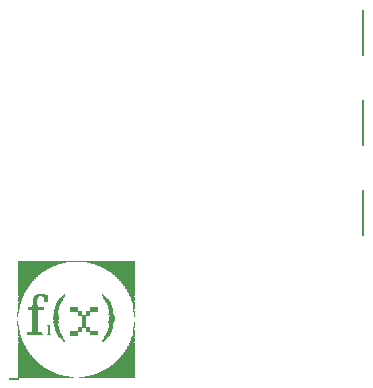
<source format=gbo>
G75*
%MOIN*%
%OFA0B0*%
%FSLAX25Y25*%
%IPPOS*%
%LPD*%
%AMOC8*
5,1,8,0,0,1.08239X$1,22.5*
%
%ADD10R,0.18550X0.00050*%
%ADD11R,0.18500X0.00050*%
%ADD12R,0.17800X0.00050*%
%ADD13R,0.17750X0.00050*%
%ADD14R,0.17250X0.00050*%
%ADD15R,0.16850X0.00050*%
%ADD16R,0.16800X0.00050*%
%ADD17R,0.16500X0.00050*%
%ADD18R,0.16200X0.00050*%
%ADD19R,0.16150X0.00050*%
%ADD20R,0.15900X0.00050*%
%ADD21R,0.15650X0.00050*%
%ADD22R,0.15600X0.00050*%
%ADD23R,0.15400X0.00050*%
%ADD24R,0.15350X0.00050*%
%ADD25R,0.15150X0.00050*%
%ADD26R,0.14950X0.00050*%
%ADD27R,0.14750X0.00050*%
%ADD28R,0.14700X0.00050*%
%ADD29R,0.14550X0.00050*%
%ADD30R,0.14350X0.00050*%
%ADD31R,0.14150X0.00050*%
%ADD32R,0.14000X0.00050*%
%ADD33R,0.13800X0.00050*%
%ADD34R,0.13650X0.00050*%
%ADD35R,0.13500X0.00050*%
%ADD36R,0.13350X0.00050*%
%ADD37R,0.13200X0.00050*%
%ADD38R,0.13050X0.00050*%
%ADD39R,0.12900X0.00050*%
%ADD40R,0.12750X0.00050*%
%ADD41R,0.12600X0.00050*%
%ADD42R,0.12500X0.00050*%
%ADD43R,0.12350X0.00050*%
%ADD44R,0.12250X0.00050*%
%ADD45R,0.12100X0.00050*%
%ADD46R,0.12000X0.00050*%
%ADD47R,0.11850X0.00050*%
%ADD48R,0.11750X0.00050*%
%ADD49R,0.11650X0.00050*%
%ADD50R,0.11500X0.00050*%
%ADD51R,0.11400X0.00050*%
%ADD52R,0.11300X0.00050*%
%ADD53R,0.11200X0.00050*%
%ADD54R,0.11100X0.00050*%
%ADD55R,0.11000X0.00050*%
%ADD56R,0.10900X0.00050*%
%ADD57R,0.10800X0.00050*%
%ADD58R,0.10700X0.00050*%
%ADD59R,0.10600X0.00050*%
%ADD60R,0.10500X0.00050*%
%ADD61R,0.10400X0.00050*%
%ADD62R,0.10300X0.00050*%
%ADD63R,0.10200X0.00050*%
%ADD64R,0.10100X0.00050*%
%ADD65R,0.10000X0.00050*%
%ADD66R,0.09950X0.00050*%
%ADD67R,0.09850X0.00050*%
%ADD68R,0.09750X0.00050*%
%ADD69R,0.09650X0.00050*%
%ADD70R,0.09600X0.00050*%
%ADD71R,0.09500X0.00050*%
%ADD72R,0.09400X0.00050*%
%ADD73R,0.09300X0.00050*%
%ADD74R,0.09250X0.00050*%
%ADD75R,0.09150X0.00050*%
%ADD76R,0.09100X0.00050*%
%ADD77R,0.09000X0.00050*%
%ADD78R,0.08900X0.00050*%
%ADD79R,0.08850X0.00050*%
%ADD80R,0.08750X0.00050*%
%ADD81R,0.08700X0.00050*%
%ADD82R,0.08600X0.00050*%
%ADD83R,0.08550X0.00050*%
%ADD84R,0.08450X0.00050*%
%ADD85R,0.08400X0.00050*%
%ADD86R,0.08350X0.00050*%
%ADD87R,0.08250X0.00050*%
%ADD88R,0.08200X0.00050*%
%ADD89R,0.08100X0.00050*%
%ADD90R,0.08050X0.00050*%
%ADD91R,0.08000X0.00050*%
%ADD92R,0.07900X0.00050*%
%ADD93R,0.07850X0.00050*%
%ADD94R,0.07800X0.00050*%
%ADD95R,0.07700X0.00050*%
%ADD96R,0.07650X0.00050*%
%ADD97R,0.07600X0.00050*%
%ADD98R,0.07500X0.00050*%
%ADD99R,0.07450X0.00050*%
%ADD100R,0.07400X0.00050*%
%ADD101R,0.07350X0.00050*%
%ADD102R,0.07300X0.00050*%
%ADD103R,0.07250X0.00050*%
%ADD104R,0.07200X0.00050*%
%ADD105R,0.07150X0.00050*%
%ADD106R,0.07050X0.00050*%
%ADD107R,0.07100X0.00050*%
%ADD108R,0.07000X0.00050*%
%ADD109R,0.06950X0.00050*%
%ADD110R,0.06900X0.00050*%
%ADD111R,0.06850X0.00050*%
%ADD112R,0.06800X0.00050*%
%ADD113R,0.06750X0.00050*%
%ADD114R,0.06700X0.00050*%
%ADD115R,0.06650X0.00050*%
%ADD116R,0.06600X0.00050*%
%ADD117R,0.06550X0.00050*%
%ADD118R,0.06500X0.00050*%
%ADD119R,0.06450X0.00050*%
%ADD120R,0.06400X0.00050*%
%ADD121R,0.06300X0.00050*%
%ADD122R,0.06350X0.00050*%
%ADD123R,0.06250X0.00050*%
%ADD124R,0.06200X0.00050*%
%ADD125R,0.06150X0.00050*%
%ADD126R,0.06100X0.00050*%
%ADD127R,0.06050X0.00050*%
%ADD128R,0.06000X0.00050*%
%ADD129R,0.05950X0.00050*%
%ADD130R,0.05900X0.00050*%
%ADD131R,0.05850X0.00050*%
%ADD132R,0.05800X0.00050*%
%ADD133R,0.05750X0.00050*%
%ADD134R,0.05700X0.00050*%
%ADD135R,0.05650X0.00050*%
%ADD136R,0.05600X0.00050*%
%ADD137R,0.05550X0.00050*%
%ADD138R,0.05500X0.00050*%
%ADD139R,0.05450X0.00050*%
%ADD140R,0.05400X0.00050*%
%ADD141R,0.05350X0.00050*%
%ADD142R,0.05300X0.00050*%
%ADD143R,0.05250X0.00050*%
%ADD144R,0.05200X0.00050*%
%ADD145R,0.05150X0.00050*%
%ADD146R,0.05100X0.00050*%
%ADD147R,0.05050X0.00050*%
%ADD148R,0.05000X0.00050*%
%ADD149R,0.04950X0.00050*%
%ADD150R,0.04900X0.00050*%
%ADD151R,0.04850X0.00050*%
%ADD152R,0.04800X0.00050*%
%ADD153R,0.04750X0.00050*%
%ADD154R,0.04700X0.00050*%
%ADD155R,0.04650X0.00050*%
%ADD156R,0.04600X0.00050*%
%ADD157R,0.04550X0.00050*%
%ADD158R,0.04500X0.00050*%
%ADD159R,0.04450X0.00050*%
%ADD160R,0.04400X0.00050*%
%ADD161R,0.04350X0.00050*%
%ADD162R,0.04300X0.00050*%
%ADD163R,0.04250X0.00050*%
%ADD164R,0.04200X0.00050*%
%ADD165R,0.04150X0.00050*%
%ADD166R,0.04100X0.00050*%
%ADD167R,0.04050X0.00050*%
%ADD168R,0.04000X0.00050*%
%ADD169R,0.03950X0.00050*%
%ADD170R,0.03900X0.00050*%
%ADD171R,0.03850X0.00050*%
%ADD172R,0.03800X0.00050*%
%ADD173R,0.03750X0.00050*%
%ADD174R,0.03700X0.00050*%
%ADD175R,0.03650X0.00050*%
%ADD176R,0.03600X0.00050*%
%ADD177R,0.03550X0.00050*%
%ADD178R,0.03500X0.00050*%
%ADD179R,0.03450X0.00050*%
%ADD180R,0.03400X0.00050*%
%ADD181R,0.03350X0.00050*%
%ADD182R,0.03300X0.00050*%
%ADD183R,0.03250X0.00050*%
%ADD184R,0.03200X0.00050*%
%ADD185R,0.03150X0.00050*%
%ADD186R,0.03100X0.00050*%
%ADD187R,0.03050X0.00050*%
%ADD188R,0.03000X0.00050*%
%ADD189R,0.02950X0.00050*%
%ADD190R,0.02900X0.00050*%
%ADD191R,0.02850X0.00050*%
%ADD192R,0.02800X0.00050*%
%ADD193R,0.02750X0.00050*%
%ADD194R,0.02700X0.00050*%
%ADD195R,0.02650X0.00050*%
%ADD196R,0.02600X0.00050*%
%ADD197R,0.02550X0.00050*%
%ADD198R,0.02500X0.00050*%
%ADD199R,0.02450X0.00050*%
%ADD200R,0.02400X0.00050*%
%ADD201R,0.02350X0.00050*%
%ADD202R,0.02300X0.00050*%
%ADD203R,0.02250X0.00050*%
%ADD204R,0.02200X0.00050*%
%ADD205R,0.02150X0.00050*%
%ADD206R,0.02100X0.00050*%
%ADD207R,0.02050X0.00050*%
%ADD208R,0.02000X0.00050*%
%ADD209R,0.01950X0.00050*%
%ADD210R,0.01900X0.00050*%
%ADD211R,0.01850X0.00050*%
%ADD212R,0.01800X0.00050*%
%ADD213R,0.01750X0.00050*%
%ADD214R,0.01700X0.00050*%
%ADD215R,0.01650X0.00050*%
%ADD216R,0.01600X0.00050*%
%ADD217R,0.01550X0.00050*%
%ADD218R,0.01500X0.00050*%
%ADD219R,0.00100X0.00050*%
%ADD220R,0.00150X0.00050*%
%ADD221R,0.00200X0.00050*%
%ADD222R,0.00250X0.00050*%
%ADD223R,0.01450X0.00050*%
%ADD224R,0.00300X0.00050*%
%ADD225R,0.00350X0.00050*%
%ADD226R,0.01400X0.00050*%
%ADD227R,0.00400X0.00050*%
%ADD228R,0.00450X0.00050*%
%ADD229R,0.00500X0.00050*%
%ADD230R,0.00600X0.00050*%
%ADD231R,0.01350X0.00050*%
%ADD232R,0.00650X0.00050*%
%ADD233R,0.00700X0.00050*%
%ADD234R,0.01300X0.00050*%
%ADD235R,0.00750X0.00050*%
%ADD236R,0.00800X0.00050*%
%ADD237R,0.00850X0.00050*%
%ADD238R,0.01250X0.00050*%
%ADD239R,0.01200X0.00050*%
%ADD240R,0.00950X0.00050*%
%ADD241R,0.01150X0.00050*%
%ADD242R,0.00900X0.00050*%
%ADD243R,0.01100X0.00050*%
%ADD244R,0.01050X0.00050*%
%ADD245R,0.01000X0.00050*%
%ADD246R,0.00550X0.00050*%
%ADD247R,0.00050X0.00050*%
%ADD248R,0.07750X0.00050*%
%ADD249R,0.08300X0.00050*%
%ADD250R,0.09050X0.00050*%
%ADD251R,0.09550X0.00050*%
%ADD252R,0.09800X0.00050*%
%ADD253R,0.09900X0.00050*%
%ADD254R,0.10250X0.00050*%
%ADD255R,0.10450X0.00050*%
%ADD256R,0.10550X0.00050*%
%ADD257R,0.10650X0.00050*%
%ADD258R,0.10750X0.00050*%
%ADD259R,0.10850X0.00050*%
%ADD260R,0.10950X0.00050*%
%ADD261R,0.11050X0.00050*%
%ADD262R,0.11150X0.00050*%
%ADD263R,0.11550X0.00050*%
%ADD264R,0.11600X0.00050*%
%ADD265R,0.13000X0.00050*%
%ADD266R,0.13150X0.00050*%
%ADD267R,0.13450X0.00050*%
%ADD268R,0.13600X0.00050*%
%ADD269R,0.13950X0.00050*%
%ADD270R,0.14500X0.00050*%
%ADD271R,0.14900X0.00050*%
%ADD272R,0.15850X0.00050*%
%ADD273R,0.16450X0.00050*%
%ADD274R,0.38800X0.00050*%
%ADD275C,0.00000*%
%ADD276C,0.00800*%
D10*
X0013450Y0005000D03*
D11*
X0033725Y0005000D03*
X0033725Y0043750D03*
X0013425Y0043750D03*
D12*
X0013075Y0005050D03*
D13*
X0034100Y0005050D03*
X0034100Y0043700D03*
X0013050Y0043700D03*
D14*
X0012800Y0043650D03*
X0034350Y0043650D03*
X0034350Y0005100D03*
X0012800Y0005100D03*
D15*
X0012600Y0005150D03*
D16*
X0034575Y0005150D03*
X0034575Y0043600D03*
X0012575Y0043600D03*
D17*
X0012425Y0005200D03*
X0034725Y0005200D03*
D18*
X0012275Y0005250D03*
D19*
X0034900Y0005250D03*
X0034900Y0043500D03*
X0012250Y0043500D03*
D20*
X0035025Y0043450D03*
X0035025Y0005300D03*
X0012125Y0005300D03*
D21*
X0012000Y0005350D03*
D22*
X0011975Y0043400D03*
X0035175Y0043400D03*
X0035175Y0005350D03*
D23*
X0011875Y0005400D03*
D24*
X0011850Y0043350D03*
X0035300Y0043350D03*
X0035300Y0005400D03*
D25*
X0035400Y0005450D03*
X0035400Y0043300D03*
X0011750Y0043300D03*
X0011750Y0005450D03*
D26*
X0011650Y0005500D03*
X0035500Y0005500D03*
D27*
X0011550Y0005550D03*
D28*
X0011525Y0043200D03*
X0035625Y0043200D03*
X0035625Y0005550D03*
D29*
X0035700Y0005600D03*
X0011450Y0005600D03*
D30*
X0011350Y0005650D03*
X0011350Y0043100D03*
X0035800Y0043100D03*
X0035800Y0005650D03*
D31*
X0035900Y0005700D03*
X0035900Y0043050D03*
X0011250Y0043050D03*
X0011250Y0005700D03*
D32*
X0011175Y0005750D03*
X0011175Y0043000D03*
X0035975Y0005750D03*
D33*
X0036075Y0005800D03*
X0036075Y0042950D03*
X0011075Y0042950D03*
X0011075Y0005800D03*
D34*
X0011000Y0005850D03*
X0011000Y0042900D03*
X0036150Y0005850D03*
D35*
X0036225Y0005900D03*
X0010925Y0005900D03*
X0010925Y0042850D03*
D36*
X0010850Y0042800D03*
X0010850Y0005950D03*
X0036300Y0005950D03*
X0036300Y0042800D03*
D37*
X0036375Y0006000D03*
X0010775Y0006000D03*
X0010775Y0042750D03*
D38*
X0010700Y0042700D03*
X0010700Y0006050D03*
X0036450Y0006050D03*
D39*
X0036525Y0006100D03*
X0036525Y0042650D03*
X0010625Y0042650D03*
X0010625Y0006100D03*
D40*
X0010550Y0006150D03*
X0010550Y0042600D03*
X0036600Y0042600D03*
X0036600Y0006150D03*
D41*
X0036675Y0006200D03*
X0036675Y0042550D03*
X0010475Y0042550D03*
X0010475Y0006200D03*
D42*
X0010425Y0006250D03*
X0010425Y0042500D03*
X0036725Y0042500D03*
X0036725Y0006250D03*
D43*
X0036800Y0006300D03*
X0036800Y0042450D03*
X0010350Y0042450D03*
X0010350Y0006300D03*
D44*
X0010300Y0006350D03*
X0010300Y0042400D03*
X0036850Y0042400D03*
X0036850Y0006350D03*
D45*
X0036925Y0006400D03*
X0036925Y0042350D03*
X0010225Y0042350D03*
X0010225Y0006400D03*
D46*
X0010175Y0006450D03*
X0010175Y0042300D03*
X0036975Y0042300D03*
X0036975Y0006450D03*
D47*
X0037050Y0006500D03*
X0037050Y0042250D03*
X0010100Y0042250D03*
X0010100Y0006500D03*
D48*
X0010050Y0006550D03*
X0010050Y0042200D03*
X0037100Y0042200D03*
X0037100Y0006550D03*
D49*
X0037150Y0006600D03*
X0010000Y0006600D03*
D50*
X0009925Y0006650D03*
X0037225Y0006650D03*
X0037225Y0042100D03*
D51*
X0037275Y0042050D03*
X0037275Y0006700D03*
X0009875Y0006700D03*
X0009875Y0042050D03*
D52*
X0009825Y0042000D03*
X0009825Y0006750D03*
X0037325Y0006750D03*
X0037325Y0042000D03*
D53*
X0037375Y0006800D03*
X0009775Y0006800D03*
X0009775Y0041950D03*
D54*
X0009725Y0006850D03*
X0037425Y0006850D03*
D55*
X0037475Y0006900D03*
X0009675Y0006900D03*
D56*
X0009625Y0006950D03*
X0009625Y0041800D03*
X0037525Y0006950D03*
D57*
X0037575Y0007000D03*
X0009575Y0007000D03*
D58*
X0009525Y0007050D03*
X0037625Y0007050D03*
D59*
X0037675Y0007100D03*
X0009475Y0007100D03*
D60*
X0009425Y0007150D03*
X0037725Y0007150D03*
X0037725Y0041600D03*
D61*
X0037775Y0041550D03*
X0037775Y0007200D03*
X0009375Y0007200D03*
X0009375Y0041550D03*
D62*
X0009325Y0041500D03*
X0009325Y0007250D03*
X0037825Y0007250D03*
D63*
X0037875Y0007300D03*
X0037875Y0041450D03*
X0009275Y0041450D03*
X0009275Y0007300D03*
D64*
X0009225Y0007350D03*
X0009225Y0041400D03*
X0037925Y0041400D03*
X0037925Y0007350D03*
D65*
X0037975Y0007400D03*
X0037975Y0041350D03*
X0009175Y0041350D03*
X0009175Y0007400D03*
D66*
X0009150Y0007450D03*
X0038000Y0007450D03*
X0038000Y0041300D03*
D67*
X0038050Y0007500D03*
X0009100Y0007500D03*
X0009100Y0041250D03*
D68*
X0009050Y0041200D03*
X0009050Y0007550D03*
X0038100Y0007550D03*
X0038100Y0041200D03*
D69*
X0038150Y0041150D03*
X0038150Y0007600D03*
X0009000Y0007600D03*
X0009000Y0041150D03*
D70*
X0008975Y0007650D03*
X0038175Y0007650D03*
D71*
X0038225Y0007700D03*
X0038225Y0041050D03*
X0008925Y0041050D03*
X0008925Y0007700D03*
D72*
X0008875Y0007750D03*
X0008875Y0041000D03*
X0038275Y0041000D03*
X0038275Y0007750D03*
D73*
X0038325Y0007800D03*
X0038325Y0040950D03*
X0008825Y0040950D03*
X0008825Y0007800D03*
D74*
X0008800Y0007850D03*
X0008800Y0040900D03*
X0038350Y0040900D03*
X0038350Y0007850D03*
D75*
X0038400Y0007900D03*
X0038400Y0040850D03*
X0008750Y0040850D03*
X0008750Y0007900D03*
D76*
X0008725Y0007950D03*
X0008725Y0040800D03*
X0038425Y0007950D03*
D77*
X0038475Y0008000D03*
X0038475Y0040750D03*
X0008675Y0040750D03*
X0008675Y0008000D03*
D78*
X0008625Y0008050D03*
X0008625Y0040700D03*
X0038525Y0040700D03*
X0038525Y0008050D03*
D79*
X0038550Y0008100D03*
X0038550Y0040650D03*
X0008600Y0040650D03*
X0008600Y0008100D03*
D80*
X0008550Y0008150D03*
X0008550Y0040600D03*
X0038600Y0040600D03*
X0038600Y0008150D03*
D81*
X0038625Y0008200D03*
X0038625Y0040550D03*
X0008525Y0040550D03*
X0008525Y0008200D03*
D82*
X0008475Y0008250D03*
X0008475Y0040500D03*
X0038675Y0040500D03*
X0038675Y0008250D03*
D83*
X0038700Y0008300D03*
X0038700Y0040450D03*
X0008450Y0040450D03*
X0008450Y0008300D03*
D84*
X0008400Y0008350D03*
X0008400Y0040400D03*
X0038750Y0040400D03*
X0038750Y0008350D03*
D85*
X0038775Y0008400D03*
X0038775Y0040350D03*
X0008375Y0040350D03*
X0008375Y0008400D03*
D86*
X0008350Y0008450D03*
X0008350Y0040300D03*
X0038800Y0008450D03*
D87*
X0038850Y0008500D03*
X0038850Y0040250D03*
X0008300Y0040250D03*
X0008300Y0008500D03*
D88*
X0008275Y0008550D03*
X0008275Y0040200D03*
X0038875Y0040200D03*
X0038875Y0008550D03*
D89*
X0038925Y0008600D03*
X0038925Y0040150D03*
X0008225Y0040150D03*
X0008225Y0008600D03*
D90*
X0008200Y0008650D03*
X0008200Y0040100D03*
X0038950Y0040100D03*
X0038950Y0008650D03*
D91*
X0038975Y0008700D03*
X0038975Y0040050D03*
X0008175Y0040050D03*
X0008175Y0008700D03*
D92*
X0008125Y0008750D03*
X0008125Y0040000D03*
X0039025Y0040000D03*
X0039025Y0008750D03*
D93*
X0039050Y0008800D03*
X0039050Y0039950D03*
X0008100Y0039950D03*
X0008100Y0008800D03*
D94*
X0008075Y0008850D03*
X0039075Y0008850D03*
D95*
X0039125Y0008900D03*
X0039125Y0039850D03*
X0008025Y0039850D03*
X0008025Y0008900D03*
D96*
X0008000Y0008950D03*
X0008000Y0039800D03*
X0039150Y0039800D03*
X0039150Y0008950D03*
D97*
X0039175Y0009000D03*
X0039175Y0039750D03*
X0007975Y0039750D03*
X0007975Y0009000D03*
D98*
X0007925Y0009050D03*
X0007925Y0039700D03*
X0039225Y0039700D03*
X0039225Y0009050D03*
D99*
X0039250Y0009100D03*
X0039250Y0039650D03*
X0007900Y0039650D03*
X0007900Y0009100D03*
D100*
X0007875Y0009150D03*
X0007875Y0039600D03*
X0039275Y0039600D03*
X0039275Y0009150D03*
D101*
X0007850Y0009200D03*
D102*
X0007825Y0039550D03*
X0039325Y0039550D03*
X0039325Y0009200D03*
D103*
X0039350Y0009250D03*
X0039350Y0039500D03*
X0007800Y0039500D03*
X0007800Y0009250D03*
D104*
X0007775Y0009300D03*
X0007775Y0039450D03*
X0039375Y0039450D03*
X0039375Y0009300D03*
D105*
X0039400Y0009350D03*
X0039400Y0039400D03*
X0007750Y0039400D03*
X0007750Y0009350D03*
D106*
X0007700Y0009400D03*
X0007700Y0039350D03*
X0039450Y0039350D03*
D107*
X0039425Y0009400D03*
D108*
X0039475Y0009450D03*
X0039475Y0039300D03*
X0007675Y0039300D03*
X0007675Y0009450D03*
D109*
X0007650Y0009500D03*
X0007650Y0039250D03*
X0039500Y0039250D03*
X0039500Y0009500D03*
D110*
X0039525Y0009550D03*
X0039525Y0039200D03*
X0007625Y0039200D03*
X0007625Y0009550D03*
D111*
X0007600Y0009600D03*
X0007600Y0039150D03*
X0039550Y0039150D03*
X0039550Y0009600D03*
D112*
X0007575Y0009650D03*
D113*
X0007550Y0039100D03*
X0039600Y0039100D03*
X0039600Y0009650D03*
D114*
X0039625Y0009700D03*
X0039625Y0039050D03*
X0007525Y0039050D03*
X0007525Y0009700D03*
D115*
X0007500Y0009750D03*
X0007500Y0039000D03*
X0039650Y0039000D03*
X0039650Y0009750D03*
D116*
X0039675Y0009800D03*
X0039675Y0038950D03*
X0007475Y0038950D03*
X0007475Y0009800D03*
D117*
X0007450Y0009850D03*
X0007450Y0038900D03*
X0039700Y0038900D03*
X0039700Y0009850D03*
D118*
X0039725Y0009900D03*
X0039725Y0038850D03*
X0007425Y0038850D03*
X0007425Y0009900D03*
D119*
X0007400Y0009950D03*
X0007400Y0038800D03*
X0039750Y0038800D03*
X0039750Y0009950D03*
D120*
X0039775Y0010000D03*
X0039775Y0038750D03*
X0007375Y0038750D03*
X0007375Y0010000D03*
D121*
X0007325Y0010050D03*
X0007325Y0038700D03*
X0039825Y0038700D03*
D122*
X0039800Y0010050D03*
D123*
X0039850Y0010100D03*
X0039850Y0038650D03*
X0007300Y0038650D03*
X0007300Y0010100D03*
D124*
X0007275Y0010150D03*
X0007275Y0038600D03*
X0039875Y0038600D03*
X0039875Y0010150D03*
D125*
X0039900Y0010200D03*
X0039900Y0038550D03*
X0007250Y0038550D03*
X0007250Y0010200D03*
D126*
X0007225Y0010250D03*
X0007225Y0038500D03*
X0039925Y0038500D03*
X0039925Y0010250D03*
D127*
X0039950Y0010300D03*
X0039950Y0038450D03*
X0007200Y0038450D03*
X0007200Y0010300D03*
D128*
X0007175Y0010350D03*
X0007175Y0038400D03*
X0039975Y0038400D03*
X0039975Y0010350D03*
D129*
X0040000Y0010400D03*
X0040000Y0038350D03*
X0007150Y0038350D03*
X0007150Y0010400D03*
D130*
X0007125Y0010450D03*
X0007125Y0038300D03*
X0040025Y0038300D03*
X0040025Y0010450D03*
D131*
X0040050Y0010500D03*
X0040050Y0038250D03*
X0007100Y0038250D03*
X0007100Y0010500D03*
D132*
X0007075Y0010550D03*
X0007075Y0038200D03*
X0040075Y0038200D03*
X0040075Y0010550D03*
D133*
X0040100Y0010600D03*
X0040100Y0038150D03*
X0007050Y0038150D03*
X0007050Y0010600D03*
D134*
X0007025Y0010650D03*
X0007025Y0038100D03*
X0040125Y0038100D03*
X0040125Y0010650D03*
D135*
X0040150Y0010700D03*
X0040150Y0038050D03*
X0007000Y0038050D03*
X0007000Y0010700D03*
D136*
X0006975Y0010750D03*
X0006975Y0038000D03*
X0040175Y0038000D03*
X0040175Y0010750D03*
D137*
X0040200Y0010800D03*
X0040200Y0037950D03*
X0006950Y0037950D03*
X0006950Y0010800D03*
D138*
X0006925Y0010850D03*
X0006925Y0037900D03*
X0040225Y0037900D03*
X0040225Y0010850D03*
D139*
X0040250Y0010900D03*
X0040250Y0037850D03*
X0006900Y0037850D03*
X0006900Y0010900D03*
D140*
X0006875Y0010950D03*
X0006875Y0037800D03*
X0040275Y0037800D03*
X0040275Y0010950D03*
D141*
X0040300Y0011000D03*
X0040300Y0037750D03*
X0010100Y0028450D03*
X0010100Y0028400D03*
X0010100Y0028350D03*
X0010100Y0028300D03*
X0010100Y0028250D03*
X0010100Y0028200D03*
X0010100Y0028150D03*
X0010100Y0028100D03*
X0010100Y0028050D03*
X0010100Y0028000D03*
X0010100Y0027950D03*
X0010100Y0027900D03*
X0010100Y0027850D03*
X0006850Y0037750D03*
X0006850Y0011000D03*
D142*
X0006825Y0011050D03*
X0010125Y0027800D03*
X0006825Y0037700D03*
X0040325Y0037700D03*
X0040325Y0011050D03*
D143*
X0040350Y0011100D03*
X0040350Y0037650D03*
X0006800Y0037650D03*
X0006800Y0011100D03*
D144*
X0006775Y0011150D03*
X0006775Y0037600D03*
X0040375Y0037600D03*
X0040375Y0011150D03*
D145*
X0040400Y0011200D03*
X0040400Y0037550D03*
X0006750Y0037550D03*
X0006750Y0011200D03*
D146*
X0006725Y0011250D03*
X0006725Y0037500D03*
X0040425Y0037500D03*
X0040425Y0011250D03*
D147*
X0040450Y0011300D03*
X0040450Y0011350D03*
X0040450Y0037450D03*
X0009750Y0019400D03*
X0006700Y0011350D03*
X0006700Y0011300D03*
X0006700Y0037400D03*
X0006700Y0037450D03*
D148*
X0006675Y0037350D03*
X0009725Y0019850D03*
X0009725Y0019800D03*
X0009725Y0019750D03*
X0009725Y0019700D03*
X0009725Y0019650D03*
X0009725Y0019600D03*
X0009725Y0019550D03*
X0009725Y0019500D03*
X0009725Y0019450D03*
X0006675Y0011400D03*
X0040475Y0011400D03*
X0040475Y0037350D03*
X0040475Y0037400D03*
D149*
X0040500Y0037300D03*
X0040500Y0011450D03*
X0009750Y0019350D03*
X0006650Y0011450D03*
X0006650Y0037300D03*
D150*
X0006625Y0037250D03*
X0006625Y0011500D03*
X0040525Y0011500D03*
X0040525Y0037250D03*
D151*
X0040550Y0037200D03*
X0040550Y0011550D03*
X0006600Y0011550D03*
X0006600Y0037200D03*
D152*
X0006575Y0037150D03*
X0006575Y0011600D03*
X0040575Y0011600D03*
X0040575Y0037150D03*
D153*
X0040600Y0037100D03*
X0040600Y0011650D03*
X0006550Y0011650D03*
X0006550Y0037100D03*
D154*
X0006525Y0037050D03*
X0006525Y0011700D03*
X0040625Y0011700D03*
X0040625Y0037050D03*
D155*
X0040650Y0037000D03*
X0040650Y0036950D03*
X0040650Y0011800D03*
X0040650Y0011750D03*
X0006500Y0011750D03*
X0006500Y0011800D03*
X0006500Y0036950D03*
X0006500Y0037000D03*
D156*
X0006475Y0036900D03*
X0006475Y0011850D03*
X0040675Y0011850D03*
X0040675Y0036900D03*
D157*
X0040700Y0036850D03*
X0040700Y0011900D03*
X0006450Y0011900D03*
X0006450Y0036850D03*
D158*
X0006425Y0036800D03*
X0006425Y0011950D03*
X0040725Y0011950D03*
X0040725Y0036800D03*
D159*
X0040750Y0036750D03*
X0040750Y0012050D03*
X0040750Y0012000D03*
X0009700Y0019900D03*
X0006400Y0012000D03*
X0006400Y0036750D03*
D160*
X0006375Y0036700D03*
X0006375Y0036650D03*
X0006375Y0012100D03*
X0006375Y0012050D03*
X0040775Y0012100D03*
X0040775Y0036650D03*
X0040775Y0036700D03*
D161*
X0040800Y0036600D03*
X0040800Y0012150D03*
X0006350Y0012150D03*
X0006350Y0036600D03*
D162*
X0006325Y0036550D03*
X0006325Y0012200D03*
X0040825Y0012200D03*
X0040825Y0036550D03*
D163*
X0040850Y0036500D03*
X0040850Y0012300D03*
X0040850Y0012250D03*
X0006300Y0012250D03*
X0006300Y0036500D03*
D164*
X0006275Y0036450D03*
X0006275Y0036400D03*
X0006275Y0012350D03*
X0006275Y0012300D03*
X0040875Y0012350D03*
X0040875Y0036400D03*
X0040875Y0036450D03*
D165*
X0040900Y0036350D03*
X0040900Y0012400D03*
X0023350Y0020400D03*
X0006250Y0012400D03*
X0006250Y0036350D03*
D166*
X0006225Y0036300D03*
X0006225Y0012450D03*
X0028725Y0020450D03*
X0040925Y0012450D03*
X0040925Y0036300D03*
D167*
X0040950Y0036250D03*
X0040950Y0012500D03*
X0006200Y0012500D03*
X0006200Y0036200D03*
X0006200Y0036250D03*
D168*
X0006175Y0036150D03*
X0006175Y0012600D03*
X0006175Y0012550D03*
X0040975Y0012550D03*
X0040975Y0012600D03*
X0040975Y0036150D03*
X0040975Y0036200D03*
D169*
X0041000Y0036100D03*
X0041000Y0012650D03*
X0006150Y0012650D03*
X0006150Y0036100D03*
D170*
X0006125Y0036050D03*
X0011775Y0032250D03*
X0006125Y0012700D03*
X0041025Y0012700D03*
X0041025Y0036050D03*
D171*
X0041050Y0036000D03*
X0041050Y0035950D03*
X0041050Y0012800D03*
X0041050Y0012750D03*
X0006100Y0012750D03*
X0006100Y0012800D03*
X0006100Y0035950D03*
X0006100Y0036000D03*
D172*
X0006075Y0035900D03*
X0006075Y0012850D03*
X0041075Y0012850D03*
X0041075Y0035900D03*
D173*
X0041100Y0035850D03*
X0041100Y0012950D03*
X0041100Y0012900D03*
X0006050Y0012900D03*
X0006050Y0012950D03*
X0006050Y0035850D03*
D174*
X0006025Y0035800D03*
X0006025Y0035750D03*
X0011775Y0032300D03*
X0006025Y0013000D03*
X0041125Y0013000D03*
X0041125Y0035750D03*
X0041125Y0035800D03*
D175*
X0041150Y0035700D03*
X0041150Y0013050D03*
X0006000Y0013050D03*
X0006000Y0035700D03*
D176*
X0005975Y0035650D03*
X0005975Y0035600D03*
X0005975Y0013150D03*
X0005975Y0013100D03*
X0041175Y0013100D03*
X0041175Y0013150D03*
X0041175Y0035600D03*
X0041175Y0035650D03*
D177*
X0041200Y0035550D03*
X0041200Y0013200D03*
X0011750Y0032350D03*
X0005950Y0035550D03*
X0009650Y0019950D03*
X0005950Y0013200D03*
D178*
X0005925Y0013250D03*
X0005925Y0013300D03*
X0005925Y0035450D03*
X0005925Y0035500D03*
X0041225Y0035500D03*
X0041225Y0013300D03*
X0041225Y0013250D03*
D179*
X0041250Y0013350D03*
X0041250Y0035400D03*
X0041250Y0035450D03*
X0005900Y0035400D03*
X0005900Y0013350D03*
D180*
X0005875Y0013400D03*
X0005875Y0035300D03*
X0005875Y0035350D03*
X0041275Y0035350D03*
X0041275Y0013450D03*
X0041275Y0013400D03*
D181*
X0041300Y0013500D03*
X0041300Y0035250D03*
X0041300Y0035300D03*
X0011750Y0032400D03*
X0005850Y0035250D03*
X0005850Y0013500D03*
X0005850Y0013450D03*
D182*
X0005825Y0013550D03*
X0005825Y0035200D03*
X0041325Y0035200D03*
X0041325Y0013550D03*
D183*
X0041350Y0013600D03*
X0041350Y0013650D03*
X0041350Y0035100D03*
X0041350Y0035150D03*
X0005800Y0035150D03*
X0005800Y0035100D03*
X0005800Y0013650D03*
X0005800Y0013600D03*
D184*
X0005775Y0013700D03*
X0005775Y0035000D03*
X0005775Y0035050D03*
X0041375Y0035050D03*
X0041375Y0013750D03*
X0041375Y0013700D03*
D185*
X0041400Y0013800D03*
X0041400Y0034950D03*
X0041400Y0035000D03*
X0011700Y0032450D03*
X0005750Y0034950D03*
X0005750Y0013800D03*
X0005750Y0013750D03*
D186*
X0005725Y0013850D03*
X0005725Y0034850D03*
X0005725Y0034900D03*
X0041425Y0034900D03*
X0041425Y0013850D03*
D187*
X0041450Y0013900D03*
X0041450Y0013950D03*
X0041450Y0034800D03*
X0041450Y0034850D03*
X0005700Y0034800D03*
X0005700Y0013950D03*
X0005700Y0013900D03*
D188*
X0005675Y0014000D03*
X0005675Y0014050D03*
X0005675Y0034700D03*
X0005675Y0034750D03*
X0041475Y0034750D03*
X0041475Y0034700D03*
X0041475Y0014050D03*
X0041475Y0014000D03*
D189*
X0041500Y0014100D03*
X0041500Y0034650D03*
X0011700Y0032500D03*
X0005650Y0034650D03*
X0009650Y0020000D03*
X0005650Y0014100D03*
D190*
X0005625Y0014150D03*
X0005625Y0014200D03*
X0005625Y0034550D03*
X0005625Y0034600D03*
X0041525Y0034600D03*
X0041525Y0034550D03*
X0041525Y0014200D03*
X0041525Y0014150D03*
D191*
X0041550Y0014250D03*
X0041550Y0034500D03*
X0005600Y0034500D03*
X0005600Y0014250D03*
D192*
X0005575Y0014300D03*
X0005575Y0014350D03*
X0005575Y0034400D03*
X0005575Y0034450D03*
X0022675Y0020350D03*
X0022675Y0020300D03*
X0022675Y0020250D03*
X0022675Y0020200D03*
X0022675Y0020150D03*
X0022675Y0020100D03*
X0022675Y0020050D03*
X0022675Y0020000D03*
X0022675Y0019950D03*
X0022675Y0019900D03*
X0022675Y0019850D03*
X0022675Y0019800D03*
X0022675Y0019750D03*
X0022675Y0019700D03*
X0022675Y0019650D03*
X0022675Y0019600D03*
X0022675Y0019550D03*
X0022675Y0019500D03*
X0022675Y0019450D03*
X0022675Y0019400D03*
X0022675Y0019350D03*
X0022675Y0019300D03*
X0022675Y0019250D03*
X0022675Y0019200D03*
X0022675Y0019150D03*
X0022675Y0019100D03*
X0026725Y0021750D03*
X0029375Y0027050D03*
X0029375Y0027100D03*
X0029375Y0027150D03*
X0029375Y0027200D03*
X0029375Y0027250D03*
X0029375Y0027300D03*
X0029375Y0027350D03*
X0029375Y0027400D03*
X0029375Y0027450D03*
X0029375Y0027500D03*
X0029375Y0027550D03*
X0029375Y0027600D03*
X0029375Y0027650D03*
X0029375Y0027700D03*
X0029375Y0027750D03*
X0029375Y0027800D03*
X0029375Y0027850D03*
X0029375Y0027900D03*
X0029375Y0027950D03*
X0029375Y0028000D03*
X0029375Y0028050D03*
X0029375Y0028100D03*
X0029375Y0028150D03*
X0029375Y0028200D03*
X0029375Y0028250D03*
X0029375Y0028300D03*
X0041575Y0034400D03*
X0041575Y0034450D03*
X0041575Y0014350D03*
X0041575Y0014300D03*
D193*
X0041600Y0014400D03*
X0041600Y0014450D03*
X0041600Y0034300D03*
X0041600Y0034350D03*
X0005550Y0034350D03*
X0005550Y0034300D03*
X0005550Y0014450D03*
X0005550Y0014400D03*
D194*
X0005525Y0014500D03*
X0005525Y0014550D03*
X0005525Y0034250D03*
X0022625Y0028200D03*
X0022625Y0028150D03*
X0022625Y0028100D03*
X0022625Y0028050D03*
X0022625Y0028000D03*
X0022625Y0027950D03*
X0022625Y0027900D03*
X0022625Y0027850D03*
X0022625Y0027800D03*
X0022625Y0027750D03*
X0022625Y0027700D03*
X0022625Y0027650D03*
X0022625Y0027600D03*
X0022625Y0027550D03*
X0022625Y0027500D03*
X0022625Y0027450D03*
X0022625Y0027400D03*
X0022625Y0027350D03*
X0022625Y0027300D03*
X0022625Y0027250D03*
X0022625Y0027200D03*
X0022625Y0027150D03*
X0022625Y0027100D03*
X0022625Y0027050D03*
X0022625Y0027000D03*
X0029425Y0020400D03*
X0029425Y0020350D03*
X0029425Y0020300D03*
X0029425Y0020250D03*
X0029425Y0020200D03*
X0029425Y0020150D03*
X0029425Y0020100D03*
X0029425Y0020050D03*
X0029425Y0020000D03*
X0029425Y0019950D03*
X0029425Y0019900D03*
X0029425Y0019850D03*
X0029425Y0019800D03*
X0029425Y0019750D03*
X0029425Y0019700D03*
X0029425Y0019650D03*
X0029425Y0019600D03*
X0029425Y0019550D03*
X0029425Y0019500D03*
X0029425Y0019450D03*
X0029425Y0019400D03*
X0029425Y0019350D03*
X0029425Y0019300D03*
X0029425Y0019250D03*
X0029425Y0019200D03*
X0041625Y0014500D03*
X0041625Y0034250D03*
D195*
X0041650Y0034200D03*
X0041650Y0034150D03*
X0041650Y0014600D03*
X0041650Y0014550D03*
X0011700Y0032550D03*
X0005500Y0034150D03*
X0005500Y0034200D03*
X0005500Y0014600D03*
D196*
X0005475Y0014650D03*
X0005475Y0014700D03*
X0005475Y0034050D03*
X0005475Y0034100D03*
X0041675Y0034100D03*
X0041675Y0034050D03*
X0041675Y0014700D03*
X0041675Y0014650D03*
D197*
X0041700Y0014750D03*
X0041700Y0014800D03*
X0041700Y0033950D03*
X0041700Y0034000D03*
X0005450Y0034000D03*
X0005450Y0033950D03*
X0005450Y0014800D03*
X0005450Y0014750D03*
D198*
X0005425Y0014850D03*
X0009675Y0020050D03*
X0005425Y0033900D03*
X0041725Y0033900D03*
X0041725Y0014850D03*
D199*
X0041750Y0014900D03*
X0041750Y0014950D03*
X0041750Y0033800D03*
X0041750Y0033850D03*
X0005400Y0033850D03*
X0005400Y0033800D03*
X0005400Y0014950D03*
X0005400Y0014900D03*
D200*
X0005375Y0015000D03*
X0005375Y0015050D03*
X0011675Y0032600D03*
X0005375Y0033700D03*
X0005375Y0033750D03*
X0041775Y0033750D03*
X0041775Y0033700D03*
X0041775Y0015050D03*
X0041775Y0015000D03*
D201*
X0041800Y0015100D03*
X0041800Y0015150D03*
X0041800Y0033600D03*
X0041800Y0033650D03*
X0009650Y0020100D03*
X0005350Y0015150D03*
X0005350Y0015100D03*
X0005350Y0033600D03*
X0005350Y0033650D03*
D202*
X0005325Y0033550D03*
X0005325Y0033500D03*
X0005325Y0015250D03*
X0005325Y0015200D03*
X0041825Y0015200D03*
X0041825Y0015250D03*
X0041825Y0033500D03*
X0041825Y0033550D03*
D203*
X0041850Y0033450D03*
X0041850Y0033400D03*
X0041850Y0015350D03*
X0041850Y0015300D03*
X0005300Y0015300D03*
X0005300Y0015350D03*
X0005300Y0033400D03*
X0005300Y0033450D03*
D204*
X0005275Y0033350D03*
X0005275Y0033300D03*
X0005275Y0015450D03*
X0005275Y0015400D03*
X0041875Y0015400D03*
X0041875Y0033350D03*
D205*
X0041900Y0033300D03*
X0041900Y0033250D03*
X0041900Y0015500D03*
X0041900Y0015450D03*
X0009650Y0020150D03*
X0005250Y0015500D03*
X0005250Y0033200D03*
X0005250Y0033250D03*
D206*
X0005225Y0033150D03*
X0012775Y0032200D03*
X0005225Y0015600D03*
X0005225Y0015550D03*
X0041925Y0015550D03*
X0041925Y0015600D03*
X0041925Y0033150D03*
X0041925Y0033200D03*
D207*
X0041950Y0033100D03*
X0041950Y0033050D03*
X0041950Y0015700D03*
X0041950Y0015650D03*
X0011650Y0032650D03*
X0005200Y0033050D03*
X0005200Y0033100D03*
X0009650Y0020200D03*
X0005200Y0015700D03*
X0005200Y0015650D03*
D208*
X0005175Y0015750D03*
X0005175Y0015800D03*
X0005175Y0032900D03*
X0005175Y0032950D03*
X0005175Y0033000D03*
X0041975Y0033000D03*
X0041975Y0032950D03*
X0041975Y0015800D03*
X0041975Y0015750D03*
D209*
X0042000Y0015850D03*
X0042000Y0015900D03*
X0042000Y0032850D03*
X0042000Y0032900D03*
X0009650Y0020350D03*
X0009650Y0020300D03*
X0009650Y0020250D03*
X0005150Y0015900D03*
X0005150Y0015850D03*
X0005150Y0032800D03*
X0005150Y0032850D03*
D210*
X0005125Y0032750D03*
X0005125Y0032700D03*
X0009625Y0020400D03*
X0005125Y0016050D03*
X0005125Y0016000D03*
X0005125Y0015950D03*
X0042025Y0015950D03*
X0042025Y0016000D03*
X0042025Y0016050D03*
X0042025Y0032750D03*
X0042025Y0032800D03*
D211*
X0042050Y0032700D03*
X0042050Y0032650D03*
X0042050Y0032600D03*
X0042050Y0016150D03*
X0042050Y0016100D03*
X0012950Y0032150D03*
X0009650Y0020450D03*
X0005100Y0016150D03*
X0005100Y0016100D03*
X0005100Y0032600D03*
X0005100Y0032650D03*
D212*
X0005075Y0032550D03*
X0005075Y0032500D03*
X0009625Y0028500D03*
X0009625Y0020600D03*
X0009625Y0020550D03*
X0009625Y0020500D03*
X0005075Y0016250D03*
X0005075Y0016200D03*
X0042075Y0016200D03*
X0042075Y0016250D03*
X0042075Y0032500D03*
X0042075Y0032550D03*
D213*
X0042100Y0032450D03*
X0042100Y0032400D03*
X0042100Y0016350D03*
X0042100Y0016300D03*
X0010650Y0032200D03*
X0005050Y0032400D03*
X0005050Y0032450D03*
X0009650Y0021000D03*
X0009650Y0020950D03*
X0009650Y0020900D03*
X0009650Y0020850D03*
X0009650Y0020800D03*
X0009650Y0020750D03*
X0009650Y0020700D03*
X0009650Y0020650D03*
X0005050Y0016350D03*
X0005050Y0016300D03*
D214*
X0005025Y0016400D03*
X0005025Y0016450D03*
X0009625Y0021050D03*
X0009625Y0021100D03*
X0009625Y0021150D03*
X0009625Y0021200D03*
X0009625Y0021250D03*
X0009625Y0021300D03*
X0009625Y0021350D03*
X0009625Y0021400D03*
X0009625Y0021450D03*
X0009625Y0021500D03*
X0009625Y0021550D03*
X0009625Y0021600D03*
X0009625Y0021650D03*
X0009625Y0021700D03*
X0009625Y0021750D03*
X0009625Y0021800D03*
X0009625Y0021850D03*
X0009625Y0021900D03*
X0009625Y0021950D03*
X0009625Y0022000D03*
X0009625Y0022050D03*
X0009625Y0022100D03*
X0009625Y0022150D03*
X0009625Y0022200D03*
X0009625Y0022250D03*
X0009625Y0022300D03*
X0009625Y0022350D03*
X0009625Y0022400D03*
X0009625Y0022450D03*
X0009625Y0022500D03*
X0009625Y0022550D03*
X0009625Y0022600D03*
X0009625Y0022650D03*
X0009625Y0022700D03*
X0009625Y0022750D03*
X0009625Y0022800D03*
X0009625Y0022850D03*
X0009625Y0022900D03*
X0009625Y0022950D03*
X0009625Y0023000D03*
X0009625Y0023050D03*
X0009625Y0023100D03*
X0009625Y0023150D03*
X0009625Y0023200D03*
X0009625Y0023250D03*
X0009625Y0023300D03*
X0009625Y0023350D03*
X0009625Y0023400D03*
X0009625Y0023450D03*
X0009625Y0023500D03*
X0009625Y0023550D03*
X0009625Y0023600D03*
X0009625Y0023650D03*
X0009625Y0023700D03*
X0009625Y0023750D03*
X0009625Y0023800D03*
X0009625Y0023850D03*
X0009625Y0023900D03*
X0009625Y0023950D03*
X0009625Y0024000D03*
X0009625Y0024050D03*
X0009625Y0024100D03*
X0009625Y0024150D03*
X0009625Y0024200D03*
X0009625Y0024250D03*
X0009625Y0024300D03*
X0009625Y0024350D03*
X0009625Y0024400D03*
X0009625Y0024450D03*
X0009625Y0024500D03*
X0009625Y0024550D03*
X0009625Y0024600D03*
X0009625Y0024650D03*
X0009625Y0024700D03*
X0009625Y0024750D03*
X0009625Y0024800D03*
X0009625Y0024850D03*
X0009625Y0024900D03*
X0009625Y0024950D03*
X0009625Y0025000D03*
X0009625Y0025050D03*
X0009625Y0025100D03*
X0009625Y0025150D03*
X0009625Y0025200D03*
X0009625Y0025250D03*
X0009625Y0025300D03*
X0009625Y0025350D03*
X0009625Y0025400D03*
X0009625Y0025450D03*
X0009625Y0025500D03*
X0009625Y0025550D03*
X0009625Y0025600D03*
X0009625Y0025650D03*
X0009625Y0025700D03*
X0009625Y0025750D03*
X0009625Y0025800D03*
X0009625Y0025850D03*
X0009625Y0025900D03*
X0009625Y0025950D03*
X0009625Y0026000D03*
X0009625Y0026050D03*
X0009625Y0026100D03*
X0009625Y0026150D03*
X0009625Y0026200D03*
X0009625Y0026250D03*
X0009625Y0026300D03*
X0009625Y0026350D03*
X0009625Y0026400D03*
X0009625Y0026450D03*
X0009625Y0026500D03*
X0009625Y0026550D03*
X0009625Y0026600D03*
X0009625Y0026650D03*
X0009625Y0026700D03*
X0009625Y0026750D03*
X0009625Y0026800D03*
X0009625Y0026850D03*
X0009625Y0026900D03*
X0009625Y0026950D03*
X0009625Y0027000D03*
X0009625Y0027050D03*
X0009625Y0027100D03*
X0009625Y0027150D03*
X0009625Y0027200D03*
X0009625Y0027250D03*
X0009625Y0027300D03*
X0009625Y0027350D03*
X0009625Y0027400D03*
X0009625Y0027450D03*
X0009625Y0027500D03*
X0009625Y0027550D03*
X0009625Y0027600D03*
X0009625Y0027650D03*
X0009625Y0027700D03*
X0009625Y0027750D03*
X0009625Y0028600D03*
X0009625Y0028650D03*
X0009625Y0028700D03*
X0009625Y0028750D03*
X0009625Y0028800D03*
X0009625Y0028850D03*
X0009625Y0028900D03*
X0009625Y0028950D03*
X0009625Y0029000D03*
X0013075Y0032100D03*
X0016675Y0026000D03*
X0016675Y0025950D03*
X0016675Y0025900D03*
X0016625Y0025350D03*
X0016625Y0025300D03*
X0016625Y0025250D03*
X0016625Y0025200D03*
X0016625Y0025150D03*
X0016625Y0025100D03*
X0016625Y0025050D03*
X0016625Y0025000D03*
X0016625Y0024950D03*
X0016625Y0024900D03*
X0016625Y0024850D03*
X0016625Y0024800D03*
X0016625Y0024750D03*
X0016625Y0024700D03*
X0016625Y0024650D03*
X0016625Y0024600D03*
X0016625Y0024550D03*
X0016625Y0024500D03*
X0016625Y0024450D03*
X0016625Y0024400D03*
X0016625Y0024350D03*
X0016625Y0024300D03*
X0016625Y0024250D03*
X0016625Y0024200D03*
X0016625Y0024150D03*
X0016675Y0023550D03*
X0016675Y0023500D03*
X0016675Y0023450D03*
X0005025Y0032300D03*
X0005025Y0032350D03*
X0035225Y0026050D03*
X0035225Y0026000D03*
X0035225Y0025950D03*
X0035225Y0025900D03*
X0035275Y0025400D03*
X0035275Y0025350D03*
X0035275Y0025300D03*
X0035275Y0025250D03*
X0035275Y0025200D03*
X0035275Y0025150D03*
X0035275Y0025100D03*
X0035275Y0025050D03*
X0035275Y0025000D03*
X0035275Y0024950D03*
X0035275Y0024900D03*
X0035275Y0024850D03*
X0035275Y0024800D03*
X0035275Y0024750D03*
X0035275Y0024700D03*
X0035275Y0024650D03*
X0035275Y0024600D03*
X0035275Y0024550D03*
X0035275Y0024500D03*
X0035275Y0024450D03*
X0035275Y0024400D03*
X0035275Y0024350D03*
X0035275Y0024300D03*
X0035275Y0024250D03*
X0035275Y0024200D03*
X0035275Y0024150D03*
X0035275Y0024100D03*
X0035275Y0024050D03*
X0035225Y0023550D03*
X0035225Y0023500D03*
X0035225Y0023450D03*
X0035225Y0023400D03*
X0042125Y0016450D03*
X0042125Y0016400D03*
X0042125Y0032300D03*
X0042125Y0032350D03*
D215*
X0042150Y0032250D03*
X0042150Y0032200D03*
X0035200Y0026300D03*
X0035200Y0026250D03*
X0035200Y0026200D03*
X0035200Y0026150D03*
X0035200Y0026100D03*
X0035250Y0025850D03*
X0035250Y0025800D03*
X0035250Y0025750D03*
X0035250Y0025700D03*
X0035250Y0025650D03*
X0035250Y0025600D03*
X0035250Y0025550D03*
X0035250Y0025500D03*
X0035250Y0025450D03*
X0035250Y0024000D03*
X0035250Y0023950D03*
X0035250Y0023900D03*
X0035250Y0023850D03*
X0035250Y0023800D03*
X0035250Y0023750D03*
X0035250Y0023700D03*
X0035250Y0023650D03*
X0035250Y0023600D03*
X0035200Y0023350D03*
X0035200Y0023300D03*
X0035200Y0023250D03*
X0035200Y0023200D03*
X0035200Y0023150D03*
X0042150Y0016600D03*
X0042150Y0016550D03*
X0042150Y0016500D03*
X0016700Y0023050D03*
X0016700Y0023100D03*
X0016700Y0023150D03*
X0016700Y0023200D03*
X0016700Y0023250D03*
X0016700Y0023300D03*
X0016700Y0023350D03*
X0016700Y0023400D03*
X0016650Y0023600D03*
X0016650Y0023650D03*
X0016650Y0023700D03*
X0016650Y0023750D03*
X0016650Y0023800D03*
X0016650Y0023850D03*
X0016650Y0023900D03*
X0016650Y0023950D03*
X0016650Y0024000D03*
X0016650Y0024050D03*
X0016650Y0024100D03*
X0016650Y0025400D03*
X0016650Y0025450D03*
X0016650Y0025500D03*
X0016650Y0025550D03*
X0016650Y0025600D03*
X0016650Y0025650D03*
X0016650Y0025700D03*
X0016650Y0025750D03*
X0016650Y0025800D03*
X0016650Y0025850D03*
X0016700Y0026050D03*
X0016700Y0026100D03*
X0016700Y0026150D03*
X0016700Y0026200D03*
X0016700Y0026250D03*
X0016700Y0026300D03*
X0016700Y0026350D03*
X0016700Y0026400D03*
X0009650Y0028550D03*
X0009650Y0029050D03*
X0009650Y0029100D03*
X0009650Y0029150D03*
X0009650Y0029200D03*
X0009650Y0029250D03*
X0009650Y0029300D03*
X0009650Y0029350D03*
X0009650Y0029400D03*
X0009650Y0029450D03*
X0009650Y0029500D03*
X0009650Y0029550D03*
X0009650Y0029600D03*
X0009650Y0029650D03*
X0009650Y0029700D03*
X0009650Y0029750D03*
X0009650Y0029800D03*
X0009650Y0029850D03*
X0009650Y0029900D03*
X0009650Y0029950D03*
X0009650Y0030000D03*
X0005000Y0032150D03*
X0005000Y0032200D03*
X0005000Y0032250D03*
X0005000Y0016600D03*
X0005000Y0016550D03*
X0005000Y0016500D03*
D216*
X0004975Y0016650D03*
X0004975Y0016700D03*
X0009675Y0030050D03*
X0009675Y0030100D03*
X0009675Y0030150D03*
X0009675Y0030200D03*
X0009675Y0030250D03*
X0009675Y0030300D03*
X0009725Y0030500D03*
X0009725Y0030550D03*
X0009725Y0030600D03*
X0013125Y0032050D03*
X0016775Y0026900D03*
X0016775Y0026850D03*
X0016725Y0026600D03*
X0016725Y0026550D03*
X0016725Y0026500D03*
X0016725Y0026450D03*
X0016725Y0023000D03*
X0016725Y0022950D03*
X0016725Y0022900D03*
X0016725Y0022850D03*
X0016725Y0022800D03*
X0016775Y0022600D03*
X0016775Y0022550D03*
X0016775Y0022500D03*
X0004975Y0032050D03*
X0004975Y0032100D03*
X0035125Y0027000D03*
X0035125Y0026950D03*
X0035125Y0026900D03*
X0035125Y0026850D03*
X0035175Y0026650D03*
X0035175Y0026600D03*
X0035175Y0026550D03*
X0035175Y0026500D03*
X0035175Y0026450D03*
X0035175Y0026400D03*
X0035175Y0026350D03*
X0035175Y0023100D03*
X0035175Y0023050D03*
X0035175Y0023000D03*
X0035175Y0022950D03*
X0035175Y0022900D03*
X0035175Y0022850D03*
X0035175Y0022800D03*
X0035125Y0022600D03*
X0035125Y0022550D03*
X0035125Y0022500D03*
X0042175Y0016700D03*
X0042175Y0016650D03*
X0042175Y0032050D03*
X0042175Y0032100D03*
X0042175Y0032150D03*
D217*
X0042200Y0032000D03*
X0042200Y0031950D03*
X0035150Y0026800D03*
X0035150Y0026750D03*
X0035150Y0026700D03*
X0035100Y0027050D03*
X0035100Y0027100D03*
X0035100Y0027150D03*
X0035050Y0027200D03*
X0035050Y0027250D03*
X0035050Y0027300D03*
X0035050Y0027350D03*
X0035050Y0027400D03*
X0035150Y0022750D03*
X0035150Y0022700D03*
X0035150Y0022650D03*
X0035100Y0022450D03*
X0035100Y0022400D03*
X0035100Y0022350D03*
X0035050Y0022300D03*
X0035050Y0022250D03*
X0035050Y0022200D03*
X0035050Y0022150D03*
X0035050Y0022100D03*
X0042200Y0016800D03*
X0042200Y0016750D03*
X0016850Y0022100D03*
X0016800Y0022300D03*
X0016800Y0022350D03*
X0016800Y0022400D03*
X0016800Y0022450D03*
X0016750Y0022650D03*
X0016750Y0022700D03*
X0016750Y0022750D03*
X0016750Y0026650D03*
X0016750Y0026700D03*
X0016750Y0026750D03*
X0016750Y0026800D03*
X0016800Y0026950D03*
X0016800Y0027000D03*
X0016800Y0027050D03*
X0016800Y0027100D03*
X0016800Y0027150D03*
X0013150Y0032000D03*
X0010500Y0032150D03*
X0009750Y0030800D03*
X0009750Y0030750D03*
X0009750Y0030700D03*
X0009750Y0030650D03*
X0009700Y0030450D03*
X0009700Y0030400D03*
X0009700Y0030350D03*
X0004950Y0031950D03*
X0004950Y0032000D03*
X0004950Y0016800D03*
X0004950Y0016750D03*
D218*
X0004925Y0016850D03*
X0004925Y0016900D03*
X0004925Y0016950D03*
X0009775Y0030850D03*
X0009775Y0030900D03*
X0009775Y0030950D03*
X0009825Y0031150D03*
X0011675Y0032700D03*
X0016825Y0027300D03*
X0016825Y0027250D03*
X0016825Y0027200D03*
X0016875Y0027350D03*
X0016875Y0027400D03*
X0016875Y0027450D03*
X0016875Y0027500D03*
X0016875Y0027550D03*
X0016925Y0027650D03*
X0016925Y0027700D03*
X0016825Y0022250D03*
X0016825Y0022200D03*
X0016825Y0022150D03*
X0016875Y0022050D03*
X0016875Y0022000D03*
X0016875Y0021950D03*
X0016875Y0021900D03*
X0016925Y0021800D03*
X0016925Y0021750D03*
X0004925Y0031800D03*
X0004925Y0031850D03*
X0004925Y0031900D03*
X0034975Y0027700D03*
X0034975Y0027650D03*
X0035025Y0027600D03*
X0035025Y0027550D03*
X0035025Y0027500D03*
X0035025Y0027450D03*
X0035025Y0022050D03*
X0035025Y0022000D03*
X0035025Y0021950D03*
X0035025Y0021900D03*
X0034975Y0021800D03*
X0042225Y0016950D03*
X0042225Y0016900D03*
X0042225Y0016850D03*
X0042225Y0031850D03*
X0042225Y0031900D03*
D219*
X0042925Y0026550D03*
X0042925Y0026500D03*
X0042925Y0026450D03*
X0042925Y0026400D03*
X0042925Y0026350D03*
X0042925Y0026300D03*
X0042925Y0026250D03*
X0042925Y0026200D03*
X0042925Y0026150D03*
X0042925Y0026100D03*
X0042925Y0022700D03*
X0042925Y0022650D03*
X0042925Y0022600D03*
X0042925Y0022550D03*
X0042925Y0022500D03*
X0042925Y0022450D03*
X0042925Y0022400D03*
X0042925Y0022350D03*
X0042925Y0022300D03*
X0042925Y0022250D03*
X0042925Y0022200D03*
X0019625Y0016900D03*
X0019625Y0032550D03*
X0004225Y0026500D03*
X0004225Y0026450D03*
X0004225Y0026400D03*
X0004225Y0026350D03*
X0004225Y0026300D03*
X0004225Y0026250D03*
X0004225Y0026200D03*
X0004225Y0026150D03*
X0004225Y0026100D03*
X0004225Y0026050D03*
X0004225Y0022700D03*
X0004225Y0022650D03*
X0004225Y0022600D03*
X0004225Y0022550D03*
X0004225Y0022500D03*
X0004225Y0022450D03*
X0004225Y0022400D03*
X0004225Y0022350D03*
X0004225Y0022300D03*
X0004225Y0022250D03*
D220*
X0004250Y0022200D03*
X0004250Y0022150D03*
X0004250Y0022100D03*
X0004250Y0022050D03*
X0004250Y0022000D03*
X0004250Y0021950D03*
X0004250Y0021900D03*
X0004250Y0021850D03*
X0004250Y0021800D03*
X0004250Y0026550D03*
X0004250Y0026600D03*
X0004250Y0026650D03*
X0004250Y0026700D03*
X0004250Y0026750D03*
X0004250Y0026800D03*
X0004250Y0026850D03*
X0004250Y0026900D03*
X0004250Y0026950D03*
X0032250Y0032550D03*
X0032250Y0016900D03*
X0042900Y0021800D03*
X0042900Y0021850D03*
X0042900Y0021900D03*
X0042900Y0021950D03*
X0042900Y0022000D03*
X0042900Y0022050D03*
X0042900Y0022100D03*
X0042900Y0022150D03*
X0042900Y0026600D03*
X0042900Y0026650D03*
X0042900Y0026700D03*
X0042900Y0026750D03*
X0042900Y0026800D03*
X0042900Y0026850D03*
X0042900Y0026900D03*
X0042900Y0026950D03*
D221*
X0042875Y0027000D03*
X0042875Y0027050D03*
X0042875Y0027100D03*
X0042875Y0027150D03*
X0042875Y0027200D03*
X0042875Y0027250D03*
X0042875Y0027300D03*
X0042875Y0021750D03*
X0042875Y0021700D03*
X0042875Y0021650D03*
X0042875Y0021600D03*
X0042875Y0021550D03*
X0042875Y0021500D03*
X0042875Y0021450D03*
X0042875Y0021400D03*
X0019575Y0016950D03*
X0019575Y0032500D03*
X0004275Y0027300D03*
X0004275Y0027250D03*
X0004275Y0027200D03*
X0004275Y0027150D03*
X0004275Y0027100D03*
X0004275Y0027050D03*
X0004275Y0027000D03*
X0004275Y0021750D03*
X0004275Y0021700D03*
X0004275Y0021650D03*
X0004275Y0021600D03*
X0004275Y0021550D03*
X0004275Y0021500D03*
X0004275Y0021450D03*
D222*
X0004300Y0021400D03*
X0004300Y0021350D03*
X0004300Y0021300D03*
X0004300Y0021250D03*
X0004300Y0021200D03*
X0004300Y0021150D03*
X0004300Y0027350D03*
X0004300Y0027400D03*
X0004300Y0027450D03*
X0004300Y0027500D03*
X0004300Y0027550D03*
X0004300Y0027600D03*
X0019550Y0032450D03*
X0019550Y0017000D03*
X0032300Y0016950D03*
X0032300Y0032500D03*
X0042850Y0027600D03*
X0042850Y0027550D03*
X0042850Y0027500D03*
X0042850Y0027450D03*
X0042850Y0027400D03*
X0042850Y0027350D03*
X0042850Y0021350D03*
X0042850Y0021300D03*
X0042850Y0021250D03*
X0042850Y0021200D03*
X0042850Y0021150D03*
D223*
X0042250Y0017050D03*
X0042250Y0017000D03*
X0034900Y0021400D03*
X0034900Y0021450D03*
X0034950Y0021600D03*
X0034950Y0021650D03*
X0034950Y0021700D03*
X0034950Y0021750D03*
X0035000Y0021850D03*
X0034950Y0027750D03*
X0034950Y0027800D03*
X0034950Y0027850D03*
X0034950Y0027900D03*
X0034900Y0028000D03*
X0034900Y0028050D03*
X0027400Y0021700D03*
X0027400Y0021650D03*
X0027400Y0021600D03*
X0027400Y0021550D03*
X0027400Y0021500D03*
X0027400Y0021450D03*
X0027400Y0021400D03*
X0027400Y0021350D03*
X0027400Y0021300D03*
X0027400Y0021250D03*
X0027400Y0021200D03*
X0027400Y0021150D03*
X0027400Y0021100D03*
X0027400Y0021050D03*
X0027400Y0021000D03*
X0027400Y0020950D03*
X0027400Y0020900D03*
X0027400Y0020850D03*
X0027400Y0020800D03*
X0027400Y0020750D03*
X0027400Y0020700D03*
X0027400Y0020650D03*
X0027400Y0020600D03*
X0027400Y0020550D03*
X0027400Y0020500D03*
X0024700Y0020500D03*
X0024700Y0020550D03*
X0024700Y0020600D03*
X0024700Y0020650D03*
X0024700Y0020700D03*
X0024700Y0020750D03*
X0024700Y0020800D03*
X0024700Y0020850D03*
X0024700Y0020900D03*
X0024700Y0020950D03*
X0024700Y0021000D03*
X0024700Y0021050D03*
X0024700Y0021100D03*
X0024700Y0021150D03*
X0024700Y0021200D03*
X0024700Y0021250D03*
X0024700Y0021300D03*
X0024700Y0021350D03*
X0024700Y0021400D03*
X0024700Y0021450D03*
X0024700Y0021500D03*
X0024700Y0021550D03*
X0024700Y0021600D03*
X0024700Y0021650D03*
X0024700Y0021700D03*
X0024700Y0020450D03*
X0017000Y0021400D03*
X0016950Y0021550D03*
X0016950Y0021600D03*
X0016950Y0021650D03*
X0016950Y0021700D03*
X0016900Y0021850D03*
X0016900Y0027600D03*
X0016950Y0027750D03*
X0016950Y0027800D03*
X0016950Y0027850D03*
X0017000Y0028050D03*
X0013200Y0031950D03*
X0010400Y0032100D03*
X0009900Y0031350D03*
X0009850Y0031300D03*
X0009850Y0031250D03*
X0009850Y0031200D03*
X0009800Y0031100D03*
X0009800Y0031050D03*
X0009800Y0031000D03*
X0004900Y0031700D03*
X0004900Y0031750D03*
X0004900Y0017050D03*
X0004900Y0017000D03*
X0042250Y0031700D03*
X0042250Y0031750D03*
X0042250Y0031800D03*
D224*
X0042825Y0027900D03*
X0042825Y0027850D03*
X0042825Y0027800D03*
X0042825Y0027750D03*
X0042825Y0027700D03*
X0042825Y0027650D03*
X0042825Y0021100D03*
X0042825Y0021050D03*
X0042825Y0021000D03*
X0042825Y0020950D03*
X0042825Y0020900D03*
X0042825Y0020850D03*
X0032325Y0017000D03*
X0032325Y0032450D03*
X0019525Y0017050D03*
X0004325Y0020850D03*
X0004325Y0020900D03*
X0004325Y0020950D03*
X0004325Y0021000D03*
X0004325Y0021050D03*
X0004325Y0021100D03*
X0004325Y0027650D03*
X0004325Y0027700D03*
X0004325Y0027750D03*
X0004325Y0027800D03*
X0004325Y0027850D03*
X0004325Y0027900D03*
D225*
X0004350Y0027950D03*
X0004350Y0028000D03*
X0004350Y0028050D03*
X0004350Y0028100D03*
X0004350Y0028150D03*
X0004350Y0020800D03*
X0004350Y0020750D03*
X0004350Y0020700D03*
X0004350Y0020650D03*
X0019550Y0032400D03*
X0032350Y0032400D03*
X0032350Y0017050D03*
X0042800Y0020600D03*
X0042800Y0020650D03*
X0042800Y0020700D03*
X0042800Y0020750D03*
X0042800Y0020800D03*
X0042800Y0027950D03*
X0042800Y0028000D03*
X0042800Y0028050D03*
X0042800Y0028100D03*
X0042800Y0028150D03*
D226*
X0042275Y0031600D03*
X0042275Y0031650D03*
X0034825Y0028350D03*
X0034825Y0028300D03*
X0034825Y0028250D03*
X0034875Y0028200D03*
X0034875Y0028150D03*
X0034875Y0028100D03*
X0034925Y0027950D03*
X0034925Y0021550D03*
X0034925Y0021500D03*
X0034875Y0021350D03*
X0034875Y0021300D03*
X0034825Y0021250D03*
X0034825Y0021200D03*
X0034825Y0021150D03*
X0027375Y0025700D03*
X0027375Y0025750D03*
X0027375Y0025800D03*
X0027375Y0025850D03*
X0027375Y0025900D03*
X0027375Y0025950D03*
X0027375Y0026000D03*
X0027375Y0026050D03*
X0027375Y0026100D03*
X0027375Y0026150D03*
X0027375Y0026200D03*
X0027375Y0026250D03*
X0027375Y0026300D03*
X0027375Y0026350D03*
X0027375Y0026400D03*
X0027375Y0026450D03*
X0027375Y0026500D03*
X0027375Y0026550D03*
X0027375Y0026600D03*
X0027375Y0026650D03*
X0027375Y0026700D03*
X0027375Y0026750D03*
X0027375Y0026800D03*
X0027375Y0026850D03*
X0027375Y0026900D03*
X0027375Y0026950D03*
X0027375Y0027000D03*
X0026025Y0025600D03*
X0026025Y0025550D03*
X0026025Y0025500D03*
X0026025Y0025450D03*
X0026025Y0025400D03*
X0026025Y0025350D03*
X0026025Y0025300D03*
X0026025Y0025250D03*
X0026025Y0025200D03*
X0026025Y0025150D03*
X0026025Y0025100D03*
X0026025Y0025050D03*
X0026025Y0025000D03*
X0026025Y0024950D03*
X0026025Y0024900D03*
X0026025Y0024850D03*
X0026025Y0024800D03*
X0026025Y0024750D03*
X0026025Y0024700D03*
X0026025Y0024650D03*
X0026025Y0024600D03*
X0026025Y0024550D03*
X0026025Y0024500D03*
X0026025Y0024450D03*
X0026025Y0024400D03*
X0026025Y0024350D03*
X0026025Y0024300D03*
X0026025Y0024250D03*
X0026025Y0024200D03*
X0026025Y0024150D03*
X0026025Y0024100D03*
X0026025Y0024050D03*
X0026025Y0024000D03*
X0026025Y0023950D03*
X0026025Y0023900D03*
X0026025Y0023850D03*
X0026025Y0023800D03*
X0026025Y0023750D03*
X0026025Y0023700D03*
X0026025Y0023650D03*
X0026025Y0023600D03*
X0026025Y0023550D03*
X0026025Y0023500D03*
X0026025Y0023450D03*
X0026025Y0023400D03*
X0026025Y0023350D03*
X0026025Y0023300D03*
X0026025Y0023250D03*
X0026025Y0023200D03*
X0026025Y0023150D03*
X0026025Y0023100D03*
X0026025Y0023050D03*
X0026025Y0023000D03*
X0026025Y0022950D03*
X0026025Y0022900D03*
X0026025Y0022850D03*
X0026025Y0022800D03*
X0026025Y0022750D03*
X0026025Y0022700D03*
X0026025Y0022650D03*
X0026025Y0022600D03*
X0026025Y0022550D03*
X0026025Y0022500D03*
X0026025Y0022450D03*
X0026025Y0022400D03*
X0026025Y0022350D03*
X0026025Y0022300D03*
X0026025Y0022250D03*
X0026025Y0022200D03*
X0026025Y0022150D03*
X0026025Y0022100D03*
X0026025Y0022050D03*
X0026025Y0022000D03*
X0026025Y0021950D03*
X0026025Y0021900D03*
X0026025Y0021850D03*
X0026025Y0021800D03*
X0017125Y0020950D03*
X0017075Y0021100D03*
X0017075Y0021150D03*
X0017075Y0021200D03*
X0017025Y0021250D03*
X0017025Y0021300D03*
X0017025Y0021350D03*
X0016975Y0021450D03*
X0016975Y0021500D03*
X0016975Y0027900D03*
X0016975Y0027950D03*
X0016975Y0028000D03*
X0017025Y0028100D03*
X0017025Y0028150D03*
X0017075Y0028300D03*
X0013225Y0031900D03*
X0010325Y0032050D03*
X0009975Y0031600D03*
X0009975Y0031550D03*
X0009925Y0031500D03*
X0009925Y0031450D03*
X0009925Y0031400D03*
X0004875Y0031550D03*
X0004875Y0031600D03*
X0004875Y0031650D03*
X0004875Y0017200D03*
X0004875Y0017150D03*
X0004875Y0017100D03*
X0042275Y0017100D03*
X0042275Y0017150D03*
D227*
X0042775Y0020350D03*
X0042775Y0020400D03*
X0042775Y0020450D03*
X0042775Y0020500D03*
X0042775Y0020550D03*
X0042775Y0028200D03*
X0042775Y0028250D03*
X0042775Y0028300D03*
X0042775Y0028350D03*
X0042775Y0028400D03*
X0019475Y0032350D03*
X0019475Y0017100D03*
X0004375Y0020350D03*
X0004375Y0020400D03*
X0004375Y0020450D03*
X0004375Y0020500D03*
X0004375Y0020550D03*
X0004375Y0020600D03*
X0004375Y0028200D03*
X0004375Y0028250D03*
X0004375Y0028300D03*
X0004375Y0028350D03*
X0004375Y0028400D03*
D228*
X0004400Y0028450D03*
X0004400Y0028500D03*
X0004400Y0028550D03*
X0004400Y0028600D03*
X0004400Y0020300D03*
X0004400Y0020250D03*
X0004400Y0020200D03*
X0004400Y0020150D03*
X0014350Y0020150D03*
X0014350Y0020200D03*
X0014350Y0020250D03*
X0014350Y0020300D03*
X0014350Y0020350D03*
X0014350Y0020400D03*
X0014350Y0020450D03*
X0014350Y0020500D03*
X0014350Y0020550D03*
X0014350Y0020600D03*
X0014350Y0020650D03*
X0014350Y0020700D03*
X0014350Y0020750D03*
X0014350Y0020800D03*
X0014350Y0020850D03*
X0014350Y0020900D03*
X0014350Y0020950D03*
X0014350Y0021000D03*
X0014350Y0021050D03*
X0014350Y0021100D03*
X0014350Y0021150D03*
X0014350Y0021200D03*
X0014350Y0021250D03*
X0014350Y0021300D03*
X0014350Y0021350D03*
X0014350Y0021400D03*
X0014350Y0021450D03*
X0014350Y0021500D03*
X0014350Y0021550D03*
X0014350Y0021600D03*
X0014350Y0021650D03*
X0014350Y0021700D03*
X0014350Y0021750D03*
X0014350Y0021800D03*
X0014350Y0021850D03*
X0014350Y0021900D03*
X0014350Y0021950D03*
X0014350Y0022000D03*
X0014350Y0022050D03*
X0014350Y0022100D03*
X0014350Y0022150D03*
X0014350Y0020100D03*
X0014350Y0020050D03*
X0014350Y0020000D03*
X0014350Y0019950D03*
X0014350Y0019900D03*
X0014350Y0019850D03*
X0014350Y0019800D03*
X0014350Y0019750D03*
X0014350Y0019700D03*
X0014350Y0019650D03*
X0014350Y0019600D03*
X0019450Y0017150D03*
X0019450Y0032300D03*
X0032400Y0032350D03*
X0032400Y0017100D03*
X0042750Y0020150D03*
X0042750Y0020200D03*
X0042750Y0020250D03*
X0042750Y0020300D03*
X0042750Y0028450D03*
X0042750Y0028500D03*
X0042750Y0028550D03*
X0042750Y0028600D03*
D229*
X0042725Y0028650D03*
X0042725Y0028700D03*
X0042725Y0028750D03*
X0042725Y0028800D03*
X0042725Y0028850D03*
X0042725Y0020100D03*
X0042725Y0020050D03*
X0042725Y0020000D03*
X0042725Y0019950D03*
X0042725Y0019900D03*
X0032425Y0017150D03*
X0032425Y0032300D03*
X0019425Y0017200D03*
X0014325Y0022200D03*
X0004425Y0020100D03*
X0004425Y0020050D03*
X0004425Y0020000D03*
X0004425Y0019950D03*
X0004425Y0019900D03*
X0004425Y0028650D03*
X0004425Y0028700D03*
X0004425Y0028750D03*
X0004425Y0028800D03*
X0004425Y0028850D03*
D230*
X0004475Y0029100D03*
X0004475Y0029150D03*
X0004475Y0029200D03*
X0004475Y0029250D03*
X0004475Y0019650D03*
X0004475Y0019600D03*
X0004475Y0019550D03*
X0004475Y0019500D03*
X0014375Y0019550D03*
X0014275Y0022250D03*
X0019375Y0017250D03*
X0019375Y0032200D03*
X0032475Y0032250D03*
X0032475Y0017200D03*
X0042675Y0019500D03*
X0042675Y0019550D03*
X0042675Y0019600D03*
X0042675Y0019650D03*
X0042675Y0029100D03*
X0042675Y0029150D03*
X0042675Y0029200D03*
X0042675Y0029250D03*
D231*
X0042300Y0031450D03*
X0042300Y0031500D03*
X0042300Y0031550D03*
X0034700Y0028750D03*
X0034700Y0028700D03*
X0034750Y0028600D03*
X0034750Y0028550D03*
X0034750Y0028500D03*
X0034800Y0028450D03*
X0034800Y0028400D03*
X0034800Y0021100D03*
X0034800Y0021050D03*
X0034750Y0020950D03*
X0034750Y0020900D03*
X0034700Y0020750D03*
X0042300Y0017300D03*
X0042300Y0017250D03*
X0042300Y0017200D03*
X0024650Y0025650D03*
X0024650Y0025700D03*
X0024650Y0025750D03*
X0024650Y0025800D03*
X0024650Y0025850D03*
X0024650Y0025900D03*
X0024650Y0025950D03*
X0024650Y0026000D03*
X0024650Y0026050D03*
X0024650Y0026100D03*
X0024650Y0026150D03*
X0024650Y0026200D03*
X0024650Y0026250D03*
X0024650Y0026300D03*
X0024650Y0026350D03*
X0024650Y0026400D03*
X0024650Y0026450D03*
X0024650Y0026500D03*
X0024650Y0026550D03*
X0024650Y0026600D03*
X0024650Y0026650D03*
X0024650Y0026700D03*
X0024650Y0026750D03*
X0024650Y0026800D03*
X0024650Y0026850D03*
X0024650Y0026900D03*
X0024650Y0026950D03*
X0017150Y0028500D03*
X0017150Y0028550D03*
X0017100Y0028450D03*
X0017100Y0028400D03*
X0017100Y0028350D03*
X0017050Y0028250D03*
X0017050Y0028200D03*
X0013250Y0031850D03*
X0010250Y0032000D03*
X0010200Y0031950D03*
X0010150Y0031900D03*
X0010100Y0031800D03*
X0010050Y0031750D03*
X0010050Y0031700D03*
X0010000Y0031650D03*
X0004850Y0031500D03*
X0004850Y0031450D03*
X0004850Y0017300D03*
X0004850Y0017250D03*
X0017100Y0021000D03*
X0017100Y0021050D03*
X0017150Y0020900D03*
X0017150Y0020850D03*
X0017200Y0020700D03*
D232*
X0019350Y0017300D03*
X0019350Y0032150D03*
X0032500Y0032200D03*
X0032500Y0017250D03*
X0042650Y0019350D03*
X0042650Y0019400D03*
X0042650Y0019450D03*
X0042650Y0029300D03*
X0042650Y0029350D03*
X0042650Y0029400D03*
X0042650Y0029450D03*
X0004500Y0029400D03*
X0004500Y0029350D03*
X0004500Y0029300D03*
X0004500Y0019450D03*
X0004500Y0019400D03*
X0004500Y0019350D03*
X0004500Y0019300D03*
D233*
X0004525Y0019250D03*
X0004525Y0019200D03*
X0004525Y0019150D03*
X0004525Y0029450D03*
X0004525Y0029500D03*
X0004525Y0029550D03*
X0004525Y0029600D03*
X0019325Y0032100D03*
X0019325Y0017350D03*
X0032525Y0017300D03*
X0032525Y0032150D03*
X0042625Y0029600D03*
X0042625Y0029550D03*
X0042625Y0029500D03*
X0042625Y0019300D03*
X0042625Y0019250D03*
X0042625Y0019200D03*
X0042625Y0019150D03*
D234*
X0042325Y0017450D03*
X0042325Y0017400D03*
X0042325Y0017350D03*
X0042325Y0031350D03*
X0042325Y0031400D03*
X0034675Y0028850D03*
X0034675Y0028800D03*
X0034625Y0028900D03*
X0034625Y0028950D03*
X0034575Y0029100D03*
X0034725Y0028650D03*
X0034775Y0021000D03*
X0034725Y0020850D03*
X0034725Y0020800D03*
X0034675Y0020700D03*
X0034675Y0020650D03*
X0034625Y0020600D03*
X0034625Y0020550D03*
X0017325Y0020350D03*
X0017275Y0020500D03*
X0017275Y0020550D03*
X0017225Y0020600D03*
X0017225Y0020650D03*
X0017175Y0020750D03*
X0017175Y0020800D03*
X0017175Y0028600D03*
X0017175Y0028650D03*
X0017175Y0028700D03*
X0017225Y0028750D03*
X0017225Y0028800D03*
X0017275Y0028900D03*
X0013275Y0031750D03*
X0013275Y0031800D03*
X0010125Y0031850D03*
X0004825Y0031400D03*
X0004825Y0031350D03*
X0004825Y0031300D03*
X0004825Y0017450D03*
X0004825Y0017400D03*
X0004825Y0017350D03*
D235*
X0004550Y0018950D03*
X0004550Y0019000D03*
X0004550Y0019050D03*
X0004550Y0019100D03*
X0004550Y0029650D03*
X0004550Y0029700D03*
X0004550Y0029750D03*
X0032550Y0017350D03*
X0042600Y0018950D03*
X0042600Y0019000D03*
X0042600Y0019050D03*
X0042600Y0019100D03*
X0042600Y0029650D03*
X0042600Y0029700D03*
X0042600Y0029750D03*
X0042600Y0029800D03*
D236*
X0042575Y0029850D03*
X0042575Y0029900D03*
X0042575Y0029950D03*
X0042575Y0018900D03*
X0042575Y0018850D03*
X0042575Y0018800D03*
X0032625Y0017400D03*
X0032625Y0032050D03*
X0032575Y0032100D03*
X0019275Y0032050D03*
X0014175Y0022400D03*
X0014175Y0022350D03*
X0014175Y0022300D03*
X0019275Y0017400D03*
X0004575Y0018800D03*
X0004575Y0018850D03*
X0004575Y0018900D03*
X0004575Y0029800D03*
X0004575Y0029850D03*
X0004575Y0029900D03*
X0004575Y0029950D03*
D237*
X0004600Y0030000D03*
X0004600Y0030050D03*
X0004600Y0030100D03*
X0004600Y0018750D03*
X0004600Y0018700D03*
X0004600Y0018650D03*
X0014350Y0019500D03*
X0019050Y0017650D03*
X0019100Y0017600D03*
X0019150Y0017550D03*
X0019200Y0017500D03*
X0019250Y0017450D03*
X0019000Y0031750D03*
X0019050Y0031800D03*
X0019100Y0031850D03*
X0019150Y0031900D03*
X0019200Y0031950D03*
X0019250Y0032000D03*
X0032650Y0032000D03*
X0032700Y0031950D03*
X0032750Y0031900D03*
X0032800Y0031850D03*
X0032850Y0031800D03*
X0032900Y0031750D03*
X0032900Y0017700D03*
X0032850Y0017650D03*
X0032800Y0017600D03*
X0032750Y0017550D03*
X0032700Y0017500D03*
X0032650Y0017450D03*
X0042550Y0018650D03*
X0042550Y0018700D03*
X0042550Y0018750D03*
X0042550Y0030000D03*
X0042550Y0030050D03*
X0042550Y0030100D03*
X0042550Y0030150D03*
D238*
X0042350Y0031200D03*
X0042350Y0031250D03*
X0042350Y0031300D03*
X0042350Y0017550D03*
X0042350Y0017500D03*
X0034600Y0020400D03*
X0034600Y0020450D03*
X0034600Y0020500D03*
X0034550Y0020350D03*
X0034500Y0020250D03*
X0034500Y0020200D03*
X0034450Y0020100D03*
X0034600Y0029000D03*
X0034600Y0029050D03*
X0034550Y0029150D03*
X0034500Y0029200D03*
X0034500Y0029250D03*
X0034500Y0029300D03*
X0034450Y0029350D03*
X0034450Y0029400D03*
X0034350Y0029600D03*
X0017450Y0029350D03*
X0017350Y0029150D03*
X0017350Y0029100D03*
X0017300Y0029050D03*
X0017300Y0029000D03*
X0017300Y0028950D03*
X0017250Y0028850D03*
X0013300Y0031700D03*
X0017300Y0020450D03*
X0017300Y0020400D03*
X0017350Y0020300D03*
X0017350Y0020250D03*
X0017400Y0020200D03*
X0017400Y0020150D03*
X0017450Y0020100D03*
X0017450Y0020050D03*
X0017500Y0019950D03*
X0004800Y0017550D03*
X0004800Y0017500D03*
X0004800Y0031200D03*
X0004800Y0031250D03*
D239*
X0004775Y0031150D03*
X0004775Y0031100D03*
X0004775Y0031050D03*
X0004775Y0017700D03*
X0004775Y0017650D03*
X0004775Y0017600D03*
X0013325Y0031550D03*
X0013325Y0031600D03*
X0013325Y0031650D03*
X0017525Y0029550D03*
X0017475Y0029450D03*
X0017475Y0029400D03*
X0017425Y0029300D03*
X0017375Y0029250D03*
X0017375Y0029200D03*
X0017575Y0029650D03*
X0017625Y0029750D03*
X0017475Y0020000D03*
X0017525Y0019900D03*
X0017525Y0019850D03*
X0017575Y0019800D03*
X0017575Y0019750D03*
X0017625Y0019700D03*
X0034325Y0019800D03*
X0034325Y0019850D03*
X0034375Y0019900D03*
X0034375Y0019950D03*
X0034425Y0020050D03*
X0034475Y0020150D03*
X0034525Y0020300D03*
X0034425Y0029450D03*
X0034375Y0029550D03*
X0034325Y0029650D03*
X0034325Y0029700D03*
X0034275Y0029750D03*
X0034175Y0029950D03*
X0042375Y0031050D03*
X0042375Y0031100D03*
X0042375Y0031150D03*
X0042375Y0017700D03*
X0042375Y0017650D03*
X0042375Y0017600D03*
D240*
X0042500Y0018300D03*
X0042500Y0018350D03*
X0042500Y0018400D03*
X0042500Y0030350D03*
X0042500Y0030400D03*
X0042500Y0030450D03*
X0033300Y0031300D03*
X0033250Y0031350D03*
X0033200Y0031400D03*
X0033100Y0031500D03*
X0033100Y0031550D03*
X0033050Y0031600D03*
X0033000Y0031650D03*
X0033250Y0018100D03*
X0033200Y0018050D03*
X0033150Y0018000D03*
X0033100Y0017950D03*
X0019000Y0017700D03*
X0018900Y0017800D03*
X0018850Y0017850D03*
X0018800Y0017900D03*
X0018750Y0017950D03*
X0018750Y0018000D03*
X0018700Y0018050D03*
X0018650Y0018100D03*
X0018600Y0018150D03*
X0018600Y0031300D03*
X0018650Y0031350D03*
X0018700Y0031400D03*
X0018750Y0031450D03*
X0004650Y0030400D03*
X0004650Y0030350D03*
X0004650Y0030300D03*
X0004650Y0018400D03*
X0004650Y0018350D03*
X0004650Y0018300D03*
D241*
X0004750Y0017850D03*
X0004750Y0017800D03*
X0004750Y0017750D03*
X0004750Y0030900D03*
X0004750Y0030950D03*
X0004750Y0031000D03*
X0013350Y0031200D03*
X0013350Y0031250D03*
X0013350Y0031300D03*
X0013350Y0031350D03*
X0013350Y0031400D03*
X0013350Y0031450D03*
X0013350Y0031500D03*
X0017500Y0029500D03*
X0017550Y0029600D03*
X0017600Y0029700D03*
X0017650Y0029800D03*
X0017700Y0029900D03*
X0017750Y0030000D03*
X0017650Y0019650D03*
X0017650Y0019600D03*
X0017700Y0019550D03*
X0017700Y0019500D03*
X0017750Y0019450D03*
X0017800Y0019350D03*
X0017850Y0019250D03*
X0017950Y0019100D03*
X0014350Y0019350D03*
X0014350Y0019400D03*
X0014350Y0019450D03*
X0034000Y0019200D03*
X0034100Y0019350D03*
X0034150Y0019450D03*
X0034150Y0019500D03*
X0034200Y0019550D03*
X0034250Y0019650D03*
X0034250Y0019700D03*
X0034300Y0019750D03*
X0034400Y0020000D03*
X0034400Y0029500D03*
X0034250Y0029800D03*
X0034250Y0029850D03*
X0034200Y0029900D03*
X0034150Y0030000D03*
X0034100Y0030100D03*
X0034050Y0030200D03*
X0042400Y0030900D03*
X0042400Y0030950D03*
X0042400Y0031000D03*
X0042400Y0017850D03*
X0042400Y0017800D03*
X0042400Y0017750D03*
D242*
X0042525Y0018450D03*
X0042525Y0018500D03*
X0042525Y0018550D03*
X0042525Y0018600D03*
X0042525Y0030200D03*
X0042525Y0030250D03*
X0042525Y0030300D03*
X0032925Y0031700D03*
X0033075Y0017900D03*
X0033025Y0017850D03*
X0032975Y0017800D03*
X0032925Y0017750D03*
X0018975Y0017750D03*
X0018775Y0031500D03*
X0018825Y0031550D03*
X0018875Y0031600D03*
X0018925Y0031650D03*
X0018975Y0031700D03*
X0004625Y0030250D03*
X0004625Y0030200D03*
X0004625Y0030150D03*
X0004625Y0018600D03*
X0004625Y0018550D03*
X0004625Y0018500D03*
X0004625Y0018450D03*
D243*
X0004725Y0018000D03*
X0004725Y0017950D03*
X0004725Y0017900D03*
X0004725Y0030750D03*
X0004725Y0030800D03*
X0004725Y0030850D03*
X0013375Y0030850D03*
X0013375Y0030900D03*
X0013375Y0030950D03*
X0013375Y0031000D03*
X0013375Y0031050D03*
X0013375Y0031100D03*
X0013375Y0031150D03*
X0013375Y0030800D03*
X0013375Y0030750D03*
X0013375Y0030700D03*
X0013375Y0030650D03*
X0013375Y0030600D03*
X0013375Y0030550D03*
X0013375Y0030500D03*
X0013375Y0030450D03*
X0013375Y0030400D03*
X0013375Y0030350D03*
X0013375Y0030300D03*
X0013375Y0030250D03*
X0013375Y0030200D03*
X0017675Y0029850D03*
X0017725Y0029950D03*
X0017775Y0030050D03*
X0017825Y0030100D03*
X0017825Y0030150D03*
X0017875Y0030200D03*
X0017875Y0030250D03*
X0017925Y0030300D03*
X0017975Y0030400D03*
X0018075Y0030550D03*
X0017775Y0019400D03*
X0017825Y0019300D03*
X0017875Y0019200D03*
X0017925Y0019150D03*
X0017975Y0019050D03*
X0017975Y0019000D03*
X0018025Y0018950D03*
X0018075Y0018900D03*
X0018125Y0018800D03*
X0018225Y0018650D03*
X0033725Y0018750D03*
X0033825Y0018900D03*
X0033875Y0019000D03*
X0033925Y0019050D03*
X0033975Y0019150D03*
X0034025Y0019250D03*
X0034075Y0019300D03*
X0034125Y0019400D03*
X0034225Y0019600D03*
X0034125Y0030050D03*
X0034075Y0030150D03*
X0034025Y0030250D03*
X0033975Y0030300D03*
X0033975Y0030350D03*
X0033925Y0030400D03*
X0033875Y0030450D03*
X0033875Y0030500D03*
X0033825Y0030550D03*
X0033775Y0030650D03*
X0042425Y0030800D03*
X0042425Y0030850D03*
X0042425Y0017950D03*
X0042425Y0017900D03*
D244*
X0042450Y0018000D03*
X0042450Y0018050D03*
X0042450Y0018100D03*
X0042450Y0030650D03*
X0042450Y0030700D03*
X0042450Y0030750D03*
X0033800Y0030600D03*
X0033750Y0030700D03*
X0033700Y0030750D03*
X0033650Y0030800D03*
X0033650Y0030850D03*
X0033600Y0030900D03*
X0033550Y0030950D03*
X0033450Y0031100D03*
X0033950Y0019100D03*
X0033850Y0018950D03*
X0033800Y0018850D03*
X0033750Y0018800D03*
X0033700Y0018700D03*
X0033650Y0018650D03*
X0033600Y0018550D03*
X0033550Y0018500D03*
X0018450Y0018350D03*
X0018400Y0018400D03*
X0018350Y0018500D03*
X0018300Y0018550D03*
X0018250Y0018600D03*
X0018200Y0018700D03*
X0018150Y0018750D03*
X0018100Y0018850D03*
X0017950Y0030350D03*
X0018000Y0030450D03*
X0018050Y0030500D03*
X0018100Y0030600D03*
X0018150Y0030650D03*
X0018150Y0030700D03*
X0018200Y0030750D03*
X0018250Y0030800D03*
X0018300Y0030900D03*
X0013400Y0030150D03*
X0004700Y0030600D03*
X0004700Y0030650D03*
X0004700Y0030700D03*
X0004700Y0018100D03*
X0004700Y0018050D03*
D245*
X0004675Y0018150D03*
X0004675Y0018200D03*
X0004675Y0018250D03*
X0004675Y0030450D03*
X0004675Y0030500D03*
X0004675Y0030550D03*
X0011675Y0032750D03*
X0018275Y0030850D03*
X0018325Y0030950D03*
X0018375Y0031000D03*
X0018425Y0031050D03*
X0018475Y0031100D03*
X0018475Y0031150D03*
X0018525Y0031200D03*
X0018575Y0031250D03*
X0018375Y0018450D03*
X0018475Y0018300D03*
X0018525Y0018250D03*
X0018575Y0018200D03*
X0033275Y0018150D03*
X0033325Y0018200D03*
X0033375Y0018250D03*
X0033375Y0018300D03*
X0033425Y0018350D03*
X0033475Y0018400D03*
X0033525Y0018450D03*
X0033625Y0018600D03*
X0033525Y0031000D03*
X0033475Y0031050D03*
X0033425Y0031150D03*
X0033375Y0031200D03*
X0033325Y0031250D03*
X0033175Y0031450D03*
X0042475Y0030600D03*
X0042475Y0030550D03*
X0042475Y0030500D03*
X0042475Y0018250D03*
X0042475Y0018200D03*
X0042475Y0018150D03*
D246*
X0042700Y0019700D03*
X0042700Y0019750D03*
X0042700Y0019800D03*
X0042700Y0019850D03*
X0042700Y0028900D03*
X0042700Y0028950D03*
X0042700Y0029000D03*
X0042700Y0029050D03*
X0019400Y0032250D03*
X0004450Y0029050D03*
X0004450Y0029000D03*
X0004450Y0028950D03*
X0004450Y0028900D03*
X0004450Y0019850D03*
X0004450Y0019800D03*
X0004450Y0019750D03*
X0004450Y0019700D03*
D247*
X0004200Y0022750D03*
X0004200Y0022800D03*
X0004200Y0022850D03*
X0004200Y0022900D03*
X0004200Y0022950D03*
X0004200Y0023000D03*
X0004200Y0023050D03*
X0004200Y0023100D03*
X0004200Y0023150D03*
X0004200Y0023200D03*
X0004200Y0023250D03*
X0004200Y0023300D03*
X0004200Y0023350D03*
X0004200Y0023400D03*
X0004200Y0023450D03*
X0004200Y0023500D03*
X0004200Y0025250D03*
X0004200Y0025300D03*
X0004200Y0025350D03*
X0004200Y0025400D03*
X0004200Y0025450D03*
X0004200Y0025500D03*
X0004200Y0025550D03*
X0004200Y0025600D03*
X0004200Y0025650D03*
X0004200Y0025700D03*
X0004200Y0025750D03*
X0004200Y0025800D03*
X0004200Y0025850D03*
X0004200Y0025900D03*
X0004200Y0025950D03*
X0004200Y0026000D03*
X0042950Y0026000D03*
X0042950Y0026050D03*
X0042950Y0025950D03*
X0042950Y0025900D03*
X0042950Y0025850D03*
X0042950Y0025800D03*
X0042950Y0025750D03*
X0042950Y0025700D03*
X0042950Y0025650D03*
X0042950Y0025600D03*
X0042950Y0025550D03*
X0042950Y0025500D03*
X0042950Y0025450D03*
X0042950Y0025400D03*
X0042950Y0025350D03*
X0042950Y0025300D03*
X0042950Y0023350D03*
X0042950Y0023300D03*
X0042950Y0023250D03*
X0042950Y0023200D03*
X0042950Y0023150D03*
X0042950Y0023100D03*
X0042950Y0023050D03*
X0042950Y0023000D03*
X0042950Y0022950D03*
X0042950Y0022900D03*
X0042950Y0022850D03*
X0042950Y0022800D03*
X0042950Y0022750D03*
D248*
X0039100Y0039900D03*
X0008050Y0039900D03*
D249*
X0038825Y0040300D03*
D250*
X0038450Y0040800D03*
D251*
X0038200Y0041100D03*
X0008950Y0041100D03*
D252*
X0038075Y0041250D03*
D253*
X0009125Y0041300D03*
D254*
X0037850Y0041500D03*
D255*
X0009400Y0041600D03*
D256*
X0009450Y0041650D03*
X0037700Y0041650D03*
D257*
X0037650Y0041700D03*
X0009500Y0041700D03*
D258*
X0009550Y0041750D03*
X0037600Y0041750D03*
D259*
X0037550Y0041800D03*
D260*
X0037500Y0041850D03*
X0009650Y0041850D03*
D261*
X0009700Y0041900D03*
X0037450Y0041900D03*
D262*
X0037400Y0041950D03*
D263*
X0009950Y0042100D03*
D264*
X0009975Y0042150D03*
X0037175Y0042150D03*
D265*
X0036475Y0042700D03*
D266*
X0036400Y0042750D03*
D267*
X0036250Y0042850D03*
D268*
X0036175Y0042900D03*
D269*
X0036000Y0043000D03*
D270*
X0035725Y0043150D03*
X0011425Y0043150D03*
D271*
X0011625Y0043250D03*
X0035525Y0043250D03*
D272*
X0012100Y0043450D03*
D273*
X0012400Y0043550D03*
X0034750Y0043550D03*
D274*
X0023575Y0043800D03*
D275*
X0001078Y0004817D02*
X0001078Y0004717D01*
X0001078Y0004750D02*
X0001050Y0004750D01*
X0001044Y0004751D01*
X0001038Y0004755D01*
X0001034Y0004760D01*
X0001033Y0004767D01*
X0001033Y0004800D01*
X0001034Y0004807D01*
X0001038Y0004812D01*
X0001044Y0004816D01*
X0001050Y0004817D01*
X0001078Y0004817D01*
X0001118Y0004800D02*
X0001118Y0004750D01*
X0001152Y0004750D02*
X0001152Y0004817D01*
X0001135Y0004817D02*
X0001185Y0004817D01*
X0001185Y0004750D01*
X0001222Y0004767D02*
X0001222Y0004800D01*
X0001223Y0004807D01*
X0001227Y0004812D01*
X0001233Y0004816D01*
X0001239Y0004817D01*
X0001267Y0004817D01*
X0001267Y0004850D02*
X0001267Y0004750D01*
X0001239Y0004750D01*
X0001233Y0004751D01*
X0001227Y0004755D01*
X0001223Y0004760D01*
X0001222Y0004767D01*
X0001302Y0004756D02*
X0001302Y0004750D01*
X0001308Y0004750D01*
X0001308Y0004756D01*
X0001302Y0004756D01*
X0001340Y0004750D02*
X0001396Y0004750D01*
X0001368Y0004750D02*
X0001368Y0004850D01*
X0001396Y0004828D01*
X0001454Y0004850D02*
X0001446Y0004848D01*
X0001438Y0004844D01*
X0001434Y0004836D01*
X0001432Y0004828D01*
X0001434Y0004820D01*
X0001438Y0004812D01*
X0001446Y0004808D01*
X0001454Y0004806D01*
X0001482Y0004806D01*
X0001454Y0004806D02*
X0001444Y0004804D01*
X0001436Y0004799D01*
X0001430Y0004792D01*
X0001426Y0004783D01*
X0001426Y0004773D01*
X0001430Y0004764D01*
X0001436Y0004757D01*
X0001444Y0004752D01*
X0001454Y0004750D01*
X0001482Y0004750D01*
X0001482Y0004850D01*
X0001454Y0004850D01*
X0001516Y0004850D02*
X0001538Y0004850D01*
X0001546Y0004848D01*
X0001554Y0004844D01*
X0001558Y0004836D01*
X0001560Y0004828D01*
X0001561Y0004828D02*
X0001561Y0004772D01*
X0001560Y0004772D02*
X0001558Y0004764D01*
X0001554Y0004756D01*
X0001546Y0004752D01*
X0001538Y0004750D01*
X0001516Y0004750D01*
X0001619Y0004794D02*
X0001647Y0004794D01*
X0001684Y0004794D02*
X0001684Y0004772D01*
X0001685Y0004772D02*
X0001687Y0004764D01*
X0001691Y0004756D01*
X0001699Y0004752D01*
X0001707Y0004750D01*
X0001715Y0004752D01*
X0001723Y0004756D01*
X0001727Y0004764D01*
X0001729Y0004772D01*
X0001729Y0004794D01*
X0001727Y0004802D01*
X0001723Y0004810D01*
X0001715Y0004814D01*
X0001707Y0004816D01*
X0001699Y0004814D01*
X0001691Y0004810D01*
X0001687Y0004802D01*
X0001685Y0004794D01*
X0001647Y0004750D02*
X0001647Y0004850D01*
X0001619Y0004850D01*
X0001609Y0004848D01*
X0001601Y0004843D01*
X0001595Y0004836D01*
X0001591Y0004827D01*
X0001591Y0004817D01*
X0001595Y0004808D01*
X0001601Y0004801D01*
X0001609Y0004796D01*
X0001619Y0004794D01*
X0001766Y0004817D02*
X0001766Y0004733D01*
X0001765Y0004733D02*
X0001766Y0004726D01*
X0001770Y0004721D01*
X0001775Y0004717D01*
X0001782Y0004716D01*
X0001782Y0004717D02*
X0001805Y0004717D01*
X0001793Y0004750D02*
X0001766Y0004750D01*
X0001793Y0004750D02*
X0001800Y0004751D01*
X0001805Y0004755D01*
X0001809Y0004760D01*
X0001810Y0004767D01*
X0001810Y0004800D01*
X0001809Y0004807D01*
X0001805Y0004812D01*
X0001800Y0004816D01*
X0001793Y0004817D01*
X0001766Y0004817D01*
X0001843Y0004794D02*
X0001843Y0004772D01*
X0001844Y0004772D02*
X0001846Y0004764D01*
X0001850Y0004756D01*
X0001858Y0004752D01*
X0001866Y0004750D01*
X0001874Y0004752D01*
X0001882Y0004756D01*
X0001886Y0004764D01*
X0001888Y0004772D01*
X0001888Y0004794D01*
X0001886Y0004802D01*
X0001882Y0004810D01*
X0001874Y0004814D01*
X0001866Y0004816D01*
X0001858Y0004814D01*
X0001850Y0004810D01*
X0001846Y0004802D01*
X0001844Y0004794D01*
X0001917Y0004750D02*
X0001924Y0004751D01*
X0001929Y0004755D01*
X0001933Y0004760D01*
X0001934Y0004767D01*
X0001934Y0004850D01*
X0001966Y0004861D02*
X0002011Y0004739D01*
X0002038Y0004750D02*
X0002083Y0004817D01*
X0002113Y0004794D02*
X0002113Y0004772D01*
X0002114Y0004772D02*
X0002116Y0004764D01*
X0002120Y0004756D01*
X0002128Y0004752D01*
X0002136Y0004750D01*
X0002144Y0004752D01*
X0002152Y0004756D01*
X0002156Y0004764D01*
X0002158Y0004772D01*
X0002158Y0004794D01*
X0002156Y0004802D01*
X0002152Y0004810D01*
X0002144Y0004814D01*
X0002136Y0004816D01*
X0002128Y0004814D01*
X0002120Y0004810D01*
X0002116Y0004802D01*
X0002114Y0004794D01*
X0002083Y0004750D02*
X0002038Y0004817D01*
X0002216Y0004806D02*
X0002208Y0004808D01*
X0002200Y0004812D01*
X0002196Y0004820D01*
X0002194Y0004828D01*
X0002196Y0004836D01*
X0002200Y0004844D01*
X0002208Y0004848D01*
X0002216Y0004850D01*
X0002244Y0004850D01*
X0002244Y0004750D01*
X0002216Y0004750D01*
X0002206Y0004752D01*
X0002198Y0004757D01*
X0002192Y0004764D01*
X0002188Y0004773D01*
X0002188Y0004783D01*
X0002192Y0004792D01*
X0002198Y0004799D01*
X0002206Y0004804D01*
X0002216Y0004806D01*
X0002244Y0004806D01*
X0002278Y0004817D02*
X0002312Y0004817D01*
X0002342Y0004800D02*
X0002342Y0004750D01*
X0002367Y0004750D01*
X0002374Y0004751D01*
X0002380Y0004756D01*
X0002385Y0004762D01*
X0002386Y0004769D01*
X0002385Y0004776D01*
X0002380Y0004782D01*
X0002374Y0004787D01*
X0002367Y0004788D01*
X0002367Y0004789D02*
X0002342Y0004789D01*
X0002341Y0004800D02*
X0002342Y0004807D01*
X0002346Y0004812D01*
X0002352Y0004816D01*
X0002358Y0004817D01*
X0002380Y0004817D01*
X0002432Y0004850D02*
X0002432Y0004767D01*
X0002431Y0004760D01*
X0002427Y0004755D01*
X0002422Y0004751D01*
X0002415Y0004750D01*
X0002464Y0004806D02*
X0002508Y0004806D01*
X0002508Y0004850D02*
X0002508Y0004750D01*
X0002587Y0004739D02*
X0002542Y0004861D01*
X0002508Y0004850D02*
X0002464Y0004850D01*
X0002617Y0004800D02*
X0002617Y0004767D01*
X0002618Y0004760D01*
X0002622Y0004755D01*
X0002628Y0004751D01*
X0002634Y0004750D01*
X0002661Y0004750D01*
X0002661Y0004717D02*
X0002661Y0004817D01*
X0002634Y0004817D01*
X0002628Y0004816D01*
X0002622Y0004812D01*
X0002618Y0004807D01*
X0002617Y0004800D01*
X0002698Y0004794D02*
X0002698Y0004772D01*
X0002700Y0004764D01*
X0002704Y0004756D01*
X0002712Y0004752D01*
X0002720Y0004750D01*
X0002728Y0004752D01*
X0002736Y0004756D01*
X0002740Y0004764D01*
X0002742Y0004772D01*
X0002743Y0004772D02*
X0002743Y0004794D01*
X0002742Y0004794D02*
X0002740Y0004802D01*
X0002736Y0004810D01*
X0002728Y0004814D01*
X0002720Y0004816D01*
X0002712Y0004814D01*
X0002704Y0004810D01*
X0002700Y0004802D01*
X0002698Y0004794D01*
X0002773Y0004817D02*
X0002806Y0004817D01*
X0002830Y0004817D02*
X0002874Y0004783D01*
X0002855Y0004797D02*
X0002830Y0004750D01*
X0002795Y0004767D02*
X0002795Y0004850D01*
X0002874Y0004850D02*
X0002874Y0004750D01*
X0002925Y0004750D02*
X0002919Y0004751D01*
X0002914Y0004755D01*
X0002911Y0004761D01*
X0002911Y0004768D01*
X0002915Y0004773D01*
X0002920Y0004777D01*
X0002920Y0004778D02*
X0002947Y0004789D01*
X0002952Y0004793D01*
X0002956Y0004798D01*
X0002956Y0004805D01*
X0002953Y0004811D01*
X0002948Y0004815D01*
X0002942Y0004816D01*
X0002956Y0004756D02*
X0002941Y0004752D01*
X0002925Y0004750D01*
X0002917Y0004811D02*
X0002929Y0004816D01*
X0002942Y0004817D01*
X0002989Y0004794D02*
X0002989Y0004783D01*
X0003034Y0004783D01*
X0003034Y0004794D02*
X0003034Y0004767D01*
X0003033Y0004760D01*
X0003029Y0004755D01*
X0003024Y0004751D01*
X0003017Y0004750D01*
X0002989Y0004750D01*
X0002989Y0004794D02*
X0002991Y0004802D01*
X0002995Y0004810D01*
X0003003Y0004814D01*
X0003011Y0004816D01*
X0003019Y0004814D01*
X0003027Y0004810D01*
X0003031Y0004802D01*
X0003033Y0004794D01*
X0003071Y0004778D02*
X0003071Y0004822D01*
X0003070Y0004822D02*
X0003071Y0004831D01*
X0003075Y0004838D01*
X0003082Y0004845D01*
X0003089Y0004849D01*
X0003098Y0004850D01*
X0003126Y0004850D01*
X0003126Y0004750D01*
X0003098Y0004750D01*
X0003089Y0004751D01*
X0003082Y0004755D01*
X0003075Y0004762D01*
X0003071Y0004769D01*
X0003070Y0004778D01*
X0003160Y0004861D02*
X0003205Y0004739D01*
X0003232Y0004750D02*
X0003254Y0004750D01*
X0003261Y0004751D01*
X0003266Y0004755D01*
X0003270Y0004760D01*
X0003271Y0004767D01*
X0003271Y0004800D01*
X0003270Y0004807D01*
X0003266Y0004812D01*
X0003261Y0004816D01*
X0003254Y0004817D01*
X0003232Y0004817D01*
X0003307Y0004800D02*
X0003307Y0004750D01*
X0003332Y0004750D01*
X0003339Y0004751D01*
X0003345Y0004756D01*
X0003350Y0004762D01*
X0003351Y0004769D01*
X0003350Y0004776D01*
X0003345Y0004782D01*
X0003339Y0004787D01*
X0003332Y0004788D01*
X0003332Y0004789D02*
X0003307Y0004789D01*
X0003307Y0004800D02*
X0003308Y0004807D01*
X0003312Y0004812D01*
X0003318Y0004816D01*
X0003324Y0004817D01*
X0003346Y0004817D01*
X0003388Y0004800D02*
X0003388Y0004750D01*
X0003413Y0004750D01*
X0003420Y0004751D01*
X0003426Y0004756D01*
X0003431Y0004762D01*
X0003432Y0004769D01*
X0003431Y0004776D01*
X0003426Y0004782D01*
X0003420Y0004787D01*
X0003413Y0004788D01*
X0003413Y0004789D02*
X0003388Y0004789D01*
X0003388Y0004800D02*
X0003389Y0004807D01*
X0003393Y0004812D01*
X0003399Y0004816D01*
X0003405Y0004817D01*
X0003427Y0004817D01*
X0003480Y0004750D02*
X0003496Y0004752D01*
X0003511Y0004756D01*
X0003497Y0004817D02*
X0003484Y0004816D01*
X0003472Y0004811D01*
X0003497Y0004816D02*
X0003503Y0004815D01*
X0003508Y0004811D01*
X0003511Y0004805D01*
X0003511Y0004798D01*
X0003507Y0004793D01*
X0003502Y0004789D01*
X0003474Y0004778D01*
X0003475Y0004777D02*
X0003470Y0004773D01*
X0003466Y0004768D01*
X0003466Y0004761D01*
X0003469Y0004755D01*
X0003474Y0004751D01*
X0003480Y0004750D01*
X0003545Y0004750D02*
X0003545Y0004817D01*
X0003543Y0004844D02*
X0003548Y0004844D01*
X0003548Y0004850D01*
X0003543Y0004850D01*
X0003543Y0004844D01*
X0003577Y0004861D02*
X0003621Y0004739D01*
X0003666Y0004750D02*
X0003660Y0004751D01*
X0003655Y0004755D01*
X0003652Y0004761D01*
X0003652Y0004768D01*
X0003656Y0004773D01*
X0003661Y0004777D01*
X0003660Y0004778D02*
X0003688Y0004789D01*
X0003693Y0004793D01*
X0003697Y0004798D01*
X0003697Y0004805D01*
X0003694Y0004811D01*
X0003689Y0004815D01*
X0003683Y0004816D01*
X0003697Y0004756D02*
X0003682Y0004752D01*
X0003666Y0004750D01*
X0003657Y0004811D02*
X0003669Y0004816D01*
X0003682Y0004817D01*
X0003723Y0004817D02*
X0003723Y0004806D01*
X0003723Y0004817D02*
X0003756Y0004817D01*
X0003756Y0004750D01*
X0003793Y0004750D02*
X0003821Y0004750D01*
X0003828Y0004751D01*
X0003833Y0004755D01*
X0003837Y0004760D01*
X0003838Y0004767D01*
X0003837Y0004767D02*
X0003837Y0004794D01*
X0003837Y0004783D02*
X0003793Y0004783D01*
X0003793Y0004794D01*
X0003795Y0004802D01*
X0003799Y0004810D01*
X0003807Y0004814D01*
X0003815Y0004816D01*
X0003823Y0004814D01*
X0003831Y0004810D01*
X0003835Y0004802D01*
X0003837Y0004794D01*
X0003879Y0004778D02*
X0003907Y0004789D01*
X0003912Y0004793D01*
X0003916Y0004798D01*
X0003916Y0004805D01*
X0003913Y0004811D01*
X0003908Y0004815D01*
X0003902Y0004816D01*
X0003916Y0004756D02*
X0003901Y0004752D01*
X0003885Y0004750D01*
X0003879Y0004751D01*
X0003874Y0004755D01*
X0003871Y0004761D01*
X0003871Y0004768D01*
X0003875Y0004773D01*
X0003880Y0004777D01*
X0003876Y0004811D02*
X0003888Y0004816D01*
X0003901Y0004817D01*
X0003952Y0004850D02*
X0003952Y0004778D01*
X0003954Y0004768D01*
X0003959Y0004760D01*
X0003966Y0004754D01*
X0003975Y0004750D01*
X0003985Y0004750D01*
X0003994Y0004754D01*
X0004001Y0004760D01*
X0004006Y0004768D01*
X0004008Y0004778D01*
X0004008Y0004850D01*
X0004042Y0004861D02*
X0004086Y0004739D01*
X0004118Y0004758D02*
X0004124Y0004758D01*
X0004124Y0004764D01*
X0004118Y0004764D01*
X0004118Y0004758D01*
X0004156Y0004750D02*
X0004178Y0004750D01*
X0004186Y0004752D01*
X0004194Y0004756D01*
X0004198Y0004764D01*
X0004200Y0004772D01*
X0004200Y0004828D01*
X0004198Y0004836D01*
X0004194Y0004844D01*
X0004186Y0004848D01*
X0004178Y0004850D01*
X0004156Y0004850D01*
X0004124Y0004808D02*
X0004118Y0004808D01*
X0004118Y0004803D01*
X0004124Y0004803D01*
X0004124Y0004808D01*
X0002796Y0004767D02*
X0002795Y0004760D01*
X0002791Y0004755D01*
X0002786Y0004751D01*
X0002779Y0004750D01*
X0002773Y0004750D01*
X0002300Y0004767D02*
X0002300Y0004850D01*
X0002301Y0004767D02*
X0002300Y0004760D01*
X0002296Y0004755D01*
X0002291Y0004751D01*
X0002284Y0004750D01*
X0002278Y0004750D01*
X0001135Y0004817D02*
X0001128Y0004816D01*
X0001123Y0004812D01*
X0001119Y0004807D01*
X0001118Y0004800D01*
D276*
X0119200Y0052500D02*
X0119200Y0067500D01*
X0119200Y0082500D02*
X0119200Y0097500D01*
X0119200Y0112500D02*
X0119200Y0127500D01*
M02*

</source>
